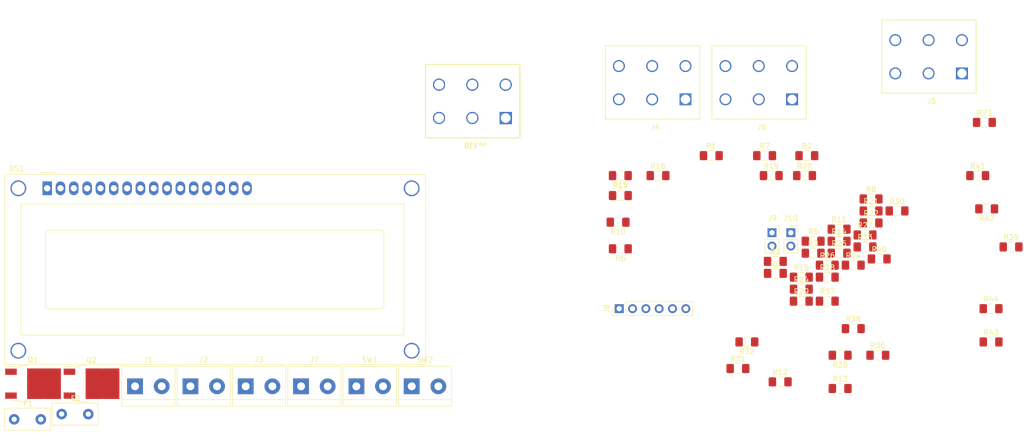
<source format=kicad_pcb>
(kicad_pcb (version 20171130) (host pcbnew "(5.0.1)-4")

  (general
    (thickness 1.6)
    (drawings 0)
    (tracks 0)
    (zones 0)
    (modules 69)
    (nets 49)
  )

  (page A4)
  (layers
    (0 F.Cu signal)
    (31 B.Cu signal)
    (32 B.Adhes user)
    (33 F.Adhes user)
    (34 B.Paste user)
    (35 F.Paste user)
    (36 B.SilkS user)
    (37 F.SilkS user)
    (38 B.Mask user)
    (39 F.Mask user)
    (40 Dwgs.User user)
    (41 Cmts.User user)
    (42 Eco1.User user)
    (43 Eco2.User user)
    (44 Edge.Cuts user)
    (45 Margin user)
    (46 B.CrtYd user)
    (47 F.CrtYd user)
    (48 B.Fab user)
    (49 F.Fab user)
  )

  (setup
    (last_trace_width 0.25)
    (trace_clearance 0.2)
    (zone_clearance 0.508)
    (zone_45_only no)
    (trace_min 0.2)
    (segment_width 0.2)
    (edge_width 0.1)
    (via_size 0.8)
    (via_drill 0.4)
    (via_min_size 0.4)
    (via_min_drill 0.3)
    (uvia_size 0.3)
    (uvia_drill 0.1)
    (uvias_allowed no)
    (uvia_min_size 0.2)
    (uvia_min_drill 0.1)
    (pcb_text_width 0.3)
    (pcb_text_size 1.5 1.5)
    (mod_edge_width 0.15)
    (mod_text_size 1 1)
    (mod_text_width 0.15)
    (pad_size 1.5 1.5)
    (pad_drill 0.6)
    (pad_to_mask_clearance 0)
    (solder_mask_min_width 0.25)
    (aux_axis_origin 0 0)
    (visible_elements 7FFFFFFF)
    (pcbplotparams
      (layerselection 0x010fc_ffffffff)
      (usegerberextensions false)
      (usegerberattributes false)
      (usegerberadvancedattributes false)
      (creategerberjobfile false)
      (excludeedgelayer true)
      (linewidth 0.100000)
      (plotframeref false)
      (viasonmask false)
      (mode 1)
      (useauxorigin false)
      (hpglpennumber 1)
      (hpglpenspeed 20)
      (hpglpendiameter 15.000000)
      (psnegative false)
      (psa4output false)
      (plotreference true)
      (plotvalue true)
      (plotinvisibletext false)
      (padsonsilk false)
      (subtractmaskfromsilk false)
      (outputformat 1)
      (mirror false)
      (drillshape 1)
      (scaleselection 1)
      (outputdirectory ""))
  )

  (net 0 "")
  (net 1 /27)
  (net 2 /28)
  (net 3 /23)
  (net 4 /24)
  (net 5 /25)
  (net 6 /26)
  (net 7 "Net-(J9-Pad1)")
  (net 8 GND)
  (net 9 "Net-(J10-Pad1)")
  (net 10 "Net-(Q1-Pad1)")
  (net 11 "Net-(Q2-Pad1)")
  (net 12 "Net-(F1-Pad2)")
  (net 13 "Net-(F2-Pad2)")
  (net 14 /VNUC)
  (net 15 /VIN2)
  (net 16 /VIN1)
  (net 17 /VESC1)
  (net 18 /VESC2)
  (net 19 /VESC3)
  (net 20 /VESC4)
  (net 21 /VESC5)
  (net 22 /VESC6)
  (net 23 /VESC7)
  (net 24 /VESC8)
  (net 25 /SOV)
  (net 26 /A1)
  (net 27 /A5)
  (net 28 /A0)
  (net 29 /A6)
  (net 30 /A2)
  (net 31 /A9)
  (net 32 "Net-(DS1-Pad3)")
  (net 33 "Net-(DS1-Pad15)")
  (net 34 +5V)
  (net 35 /A3)
  (net 36 /A7)
  (net 37 /A10)
  (net 38 /A8)
  (net 39 /A4)
  (net 40 /VBATT1)
  (net 41 /A11)
  (net 42 /VBATT2)
  (net 43 "Net-(DS1-Pad10)")
  (net 44 "Net-(DS1-Pad9)")
  (net 45 "Net-(DS1-Pad8)")
  (net 46 "Net-(DS1-Pad7)")
  (net 47 "Net-(J1-Pad1)")
  (net 48 "Net-(J2-Pad1)")

  (net_class Default "This is the default net class."
    (clearance 0.2)
    (trace_width 0.25)
    (via_dia 0.8)
    (via_drill 0.4)
    (uvia_dia 0.3)
    (uvia_drill 0.1)
    (add_net +5V)
    (add_net /23)
    (add_net /24)
    (add_net /25)
    (add_net /26)
    (add_net /27)
    (add_net /28)
    (add_net /A0)
    (add_net /A1)
    (add_net /A10)
    (add_net /A11)
    (add_net /A2)
    (add_net /A3)
    (add_net /A4)
    (add_net /A5)
    (add_net /A6)
    (add_net /A7)
    (add_net /A8)
    (add_net /A9)
    (add_net /SOV)
    (add_net /VBATT1)
    (add_net /VBATT2)
    (add_net /VESC1)
    (add_net /VESC2)
    (add_net /VESC3)
    (add_net /VESC4)
    (add_net /VESC5)
    (add_net /VESC6)
    (add_net /VESC7)
    (add_net /VESC8)
    (add_net /VIN1)
    (add_net /VIN2)
    (add_net /VNUC)
    (add_net GND)
    (add_net "Net-(DS1-Pad10)")
    (add_net "Net-(DS1-Pad15)")
    (add_net "Net-(DS1-Pad3)")
    (add_net "Net-(DS1-Pad7)")
    (add_net "Net-(DS1-Pad8)")
    (add_net "Net-(DS1-Pad9)")
    (add_net "Net-(F1-Pad2)")
    (add_net "Net-(F2-Pad2)")
    (add_net "Net-(J1-Pad1)")
    (add_net "Net-(J10-Pad1)")
    (add_net "Net-(J2-Pad1)")
    (add_net "Net-(J9-Pad1)")
    (add_net "Net-(Q1-Pad1)")
    (add_net "Net-(Q2-Pad1)")
  )

  (module abc:Molex_mlx32_straight_header_6.35mm (layer F.Cu) (tedit 5C31F9E5) (tstamp 5C3E5B51)
    (at 119.38 29.21)
    (descr "Microfit3 Header Straight 02x03 43045-0628")
    (tags "connector Microfit 02x03 header straight 3mm")
    (path /5C316CD0)
    (fp_text reference J4 (at 0.51 8.54) (layer F.SilkS)
      (effects (font (size 1 1) (thickness 0.15)))
    )
    (fp_text value Conn_02x03_Row_Letter_Last (at 1.28 -9.94) (layer F.Fab)
      (effects (font (size 1 1) (thickness 0.15)))
    )
    (fp_line (start 9 -7) (end 9 7) (layer F.SilkS) (width 0.15))
    (fp_line (start -9 -7) (end -9 7) (layer F.SilkS) (width 0.15))
    (fp_line (start -9 7) (end 9 7) (layer F.SilkS) (width 0.15))
    (fp_line (start -9 -7) (end 9 -7) (layer F.SilkS) (width 0.15))
    (pad 6 thru_hole circle (at -6.41 -3.13) (size 2.28 2.28) (drill 1.78) (layers *.Cu *.Mask))
    (pad 5 thru_hole circle (at -0.06 -3.13) (size 2.28 2.28) (drill 1.78) (layers *.Cu *.Mask))
    (pad 4 thru_hole circle (at 6.29 -3.13) (size 2.28 2.28) (drill 1.78) (layers *.Cu *.Mask))
    (pad 3 thru_hole circle (at -6.41 3.22) (size 2.28 2.28) (drill 1.78) (layers *.Cu *.Mask))
    (pad 2 thru_hole circle (at -0.06 3.22) (size 2.28 2.28) (drill 1.78) (layers *.Cu *.Mask))
    (pad 1 thru_hole rect (at 6.29 3.22) (size 2.28 2.28) (drill 1.78) (layers *.Cu *.Mask))
    (model ${KISYS3DMOD}/Connectors_Molex.3dshapes/Molex_Microfit3_Header_02x03_Straight_43045-0628.wrl
      (at (xyz 0 0 0))
      (scale (xyz 1 1 1))
      (rotate (xyz 0 0 0))
    )
  )

  (module abc:Molex_mlx32_straight_header_6.35mm (layer F.Cu) (tedit 5C31F9E5) (tstamp 5C3E5A60)
    (at 139.7 29.21)
    (descr "Microfit3 Header Straight 02x03 43045-0628")
    (tags "connector Microfit 02x03 header straight 3mm")
    (path /5C434EF1)
    (fp_text reference J6 (at 0.51 8.54) (layer F.SilkS)
      (effects (font (size 1 1) (thickness 0.15)))
    )
    (fp_text value Conn_02x03_Row_Letter_Last (at 1.28 -9.94) (layer F.Fab)
      (effects (font (size 1 1) (thickness 0.15)))
    )
    (fp_line (start 9 -7) (end 9 7) (layer F.SilkS) (width 0.15))
    (fp_line (start -9 -7) (end -9 7) (layer F.SilkS) (width 0.15))
    (fp_line (start -9 7) (end 9 7) (layer F.SilkS) (width 0.15))
    (fp_line (start -9 -7) (end 9 -7) (layer F.SilkS) (width 0.15))
    (pad 6 thru_hole circle (at -6.41 -3.13) (size 2.28 2.28) (drill 1.78) (layers *.Cu *.Mask))
    (pad 5 thru_hole circle (at -0.06 -3.13) (size 2.28 2.28) (drill 1.78) (layers *.Cu *.Mask))
    (pad 4 thru_hole circle (at 6.29 -3.13) (size 2.28 2.28) (drill 1.78) (layers *.Cu *.Mask))
    (pad 3 thru_hole circle (at -6.41 3.22) (size 2.28 2.28) (drill 1.78) (layers *.Cu *.Mask))
    (pad 2 thru_hole circle (at -0.06 3.22) (size 2.28 2.28) (drill 1.78) (layers *.Cu *.Mask))
    (pad 1 thru_hole rect (at 6.29 3.22) (size 2.28 2.28) (drill 1.78) (layers *.Cu *.Mask))
    (model ${KISYS3DMOD}/Connectors_Molex.3dshapes/Molex_Microfit3_Header_02x03_Straight_43045-0628.wrl
      (at (xyz 0 0 0))
      (scale (xyz 1 1 1))
      (rotate (xyz 0 0 0))
    )
  )

  (module abc:Molex_mlx32_straight_header_6.35mm (layer F.Cu) (tedit 5C31F9E5) (tstamp 5C3E518C)
    (at 172.085 24.257)
    (descr "Microfit3 Header Straight 02x03 43045-0628")
    (tags "connector Microfit 02x03 header straight 3mm")
    (path /5C324147)
    (fp_text reference J5 (at 0.51 8.54) (layer F.SilkS)
      (effects (font (size 1 1) (thickness 0.15)))
    )
    (fp_text value Conn_02x03_Row_Letter_Last (at 1.28 -9.94) (layer F.Fab)
      (effects (font (size 1 1) (thickness 0.15)))
    )
    (fp_line (start 9 -7) (end 9 7) (layer F.SilkS) (width 0.15))
    (fp_line (start -9 -7) (end -9 7) (layer F.SilkS) (width 0.15))
    (fp_line (start -9 7) (end 9 7) (layer F.SilkS) (width 0.15))
    (fp_line (start -9 -7) (end 9 -7) (layer F.SilkS) (width 0.15))
    (pad 6 thru_hole circle (at -6.41 -3.13) (size 2.28 2.28) (drill 1.78) (layers *.Cu *.Mask))
    (pad 5 thru_hole circle (at -0.06 -3.13) (size 2.28 2.28) (drill 1.78) (layers *.Cu *.Mask))
    (pad 4 thru_hole circle (at 6.29 -3.13) (size 2.28 2.28) (drill 1.78) (layers *.Cu *.Mask))
    (pad 3 thru_hole circle (at -6.41 3.22) (size 2.28 2.28) (drill 1.78) (layers *.Cu *.Mask))
    (pad 2 thru_hole circle (at -0.06 3.22) (size 2.28 2.28) (drill 1.78) (layers *.Cu *.Mask))
    (pad 1 thru_hole rect (at 6.29 3.22) (size 2.28 2.28) (drill 1.78) (layers *.Cu *.Mask))
    (model ${KISYS3DMOD}/Connectors_Molex.3dshapes/Molex_Microfit3_Header_02x03_Straight_43045-0628.wrl
      (at (xyz 0 0 0))
      (scale (xyz 1 1 1))
      (rotate (xyz 0 0 0))
    )
  )

  (module 2:Molex_mlx3*2_straight_header_6.35mm (layer F.Cu) (tedit 5C31F9E5) (tstamp 5C3B75C9)
    (at 85.09 32.766)
    (descr "Microfit3 Header Straight 02x03 43045-0628")
    (tags "connector Microfit 02x03 header straight 3mm")
    (fp_text reference REF** (at 0.51 8.54) (layer F.SilkS)
      (effects (font (size 1 1) (thickness 0.15)))
    )
    (fp_text value "Molex_Mlx 2*3 6.35mm" (at 1.28 -9.94) (layer F.Fab)
      (effects (font (size 1 1) (thickness 0.15)))
    )
    (fp_line (start 9 -7) (end 9 7) (layer F.SilkS) (width 0.15))
    (fp_line (start -9 -7) (end -9 7) (layer F.SilkS) (width 0.15))
    (fp_line (start -9 7) (end 9 7) (layer F.SilkS) (width 0.15))
    (fp_line (start -9 -7) (end 9 -7) (layer F.SilkS) (width 0.15))
    (pad 6 thru_hole circle (at -6.41 -3.13) (size 2.28 2.28) (drill 1.78) (layers *.Cu *.Mask))
    (pad 5 thru_hole circle (at -0.06 -3.13) (size 2.28 2.28) (drill 1.78) (layers *.Cu *.Mask))
    (pad 4 thru_hole circle (at 6.29 -3.13) (size 2.28 2.28) (drill 1.78) (layers *.Cu *.Mask))
    (pad 3 thru_hole circle (at -6.41 3.22) (size 2.28 2.28) (drill 1.78) (layers *.Cu *.Mask))
    (pad 2 thru_hole circle (at -0.06 3.22) (size 2.28 2.28) (drill 1.78) (layers *.Cu *.Mask))
    (pad 1 thru_hole rect (at 6.29 3.22) (size 2.28 2.28) (drill 1.78) (layers *.Cu *.Mask))
    (model ${KISYS3DMOD}/Connectors_Molex.3dshapes/Molex_Microfit3_Header_02x03_Straight_43045-0628.wrl
      (at (xyz 0 0 0))
      (scale (xyz 1 1 1))
      (rotate (xyz 0 0 0))
    )
  )

  (module 2:Molex_mlx3*2_straight_header_6.35mm (layer F.Cu) (tedit 5C31F9E5) (tstamp 5C3B75BB)
    (at 85.09 32.766)
    (descr "Microfit3 Header Straight 02x03 43045-0628")
    (tags "connector Microfit 02x03 header straight 3mm")
    (fp_text reference REF** (at 0.51 8.54) (layer F.SilkS)
      (effects (font (size 1 1) (thickness 0.15)))
    )
    (fp_text value "Molex_Mlx 2*3 6.35mm" (at 1.28 -9.94) (layer F.Fab)
      (effects (font (size 1 1) (thickness 0.15)))
    )
    (fp_line (start 9 -7) (end 9 7) (layer F.SilkS) (width 0.15))
    (fp_line (start -9 -7) (end -9 7) (layer F.SilkS) (width 0.15))
    (fp_line (start -9 7) (end 9 7) (layer F.SilkS) (width 0.15))
    (fp_line (start -9 -7) (end 9 -7) (layer F.SilkS) (width 0.15))
    (pad 6 thru_hole circle (at -6.41 -3.13) (size 2.28 2.28) (drill 1.78) (layers *.Cu *.Mask))
    (pad 5 thru_hole circle (at -0.06 -3.13) (size 2.28 2.28) (drill 1.78) (layers *.Cu *.Mask))
    (pad 4 thru_hole circle (at 6.29 -3.13) (size 2.28 2.28) (drill 1.78) (layers *.Cu *.Mask))
    (pad 3 thru_hole circle (at -6.41 3.22) (size 2.28 2.28) (drill 1.78) (layers *.Cu *.Mask))
    (pad 2 thru_hole circle (at -0.06 3.22) (size 2.28 2.28) (drill 1.78) (layers *.Cu *.Mask))
    (pad 1 thru_hole rect (at 6.29 3.22) (size 2.28 2.28) (drill 1.78) (layers *.Cu *.Mask))
    (model ${KISYS3DMOD}/Connectors_Molex.3dshapes/Molex_Microfit3_Header_02x03_Straight_43045-0628.wrl
      (at (xyz 0 0 0))
      (scale (xyz 1 1 1))
      (rotate (xyz 0 0 0))
    )
  )

  (module 2:Molex_mlx3*2_straight_header_6.35mm (layer F.Cu) (tedit 5C31F9E5) (tstamp 5C3B75AD)
    (at 85.09 32.766)
    (descr "Microfit3 Header Straight 02x03 43045-0628")
    (tags "connector Microfit 02x03 header straight 3mm")
    (fp_text reference REF** (at 0.51 8.54) (layer F.SilkS)
      (effects (font (size 1 1) (thickness 0.15)))
    )
    (fp_text value "Molex_Mlx 2*3 6.35mm" (at 1.28 -9.94) (layer F.Fab)
      (effects (font (size 1 1) (thickness 0.15)))
    )
    (fp_line (start 9 -7) (end 9 7) (layer F.SilkS) (width 0.15))
    (fp_line (start -9 -7) (end -9 7) (layer F.SilkS) (width 0.15))
    (fp_line (start -9 7) (end 9 7) (layer F.SilkS) (width 0.15))
    (fp_line (start -9 -7) (end 9 -7) (layer F.SilkS) (width 0.15))
    (pad 6 thru_hole circle (at -6.41 -3.13) (size 2.28 2.28) (drill 1.78) (layers *.Cu *.Mask))
    (pad 5 thru_hole circle (at -0.06 -3.13) (size 2.28 2.28) (drill 1.78) (layers *.Cu *.Mask))
    (pad 4 thru_hole circle (at 6.29 -3.13) (size 2.28 2.28) (drill 1.78) (layers *.Cu *.Mask))
    (pad 3 thru_hole circle (at -6.41 3.22) (size 2.28 2.28) (drill 1.78) (layers *.Cu *.Mask))
    (pad 2 thru_hole circle (at -0.06 3.22) (size 2.28 2.28) (drill 1.78) (layers *.Cu *.Mask))
    (pad 1 thru_hole rect (at 6.29 3.22) (size 2.28 2.28) (drill 1.78) (layers *.Cu *.Mask))
    (model ${KISYS3DMOD}/Connectors_Molex.3dshapes/Molex_Microfit3_Header_02x03_Straight_43045-0628.wrl
      (at (xyz 0 0 0))
      (scale (xyz 1 1 1))
      (rotate (xyz 0 0 0))
    )
  )

  (module 2:Molex_mlx3*2_straight_header_6.35mm (layer F.Cu) (tedit 5C31F9E5) (tstamp 5C3B759F)
    (at 85.09 32.766)
    (descr "Microfit3 Header Straight 02x03 43045-0628")
    (tags "connector Microfit 02x03 header straight 3mm")
    (fp_text reference REF** (at 0.51 8.54) (layer F.SilkS)
      (effects (font (size 1 1) (thickness 0.15)))
    )
    (fp_text value "Molex_Mlx 2*3 6.35mm" (at 1.28 -9.94) (layer F.Fab)
      (effects (font (size 1 1) (thickness 0.15)))
    )
    (fp_line (start 9 -7) (end 9 7) (layer F.SilkS) (width 0.15))
    (fp_line (start -9 -7) (end -9 7) (layer F.SilkS) (width 0.15))
    (fp_line (start -9 7) (end 9 7) (layer F.SilkS) (width 0.15))
    (fp_line (start -9 -7) (end 9 -7) (layer F.SilkS) (width 0.15))
    (pad 6 thru_hole circle (at -6.41 -3.13) (size 2.28 2.28) (drill 1.78) (layers *.Cu *.Mask))
    (pad 5 thru_hole circle (at -0.06 -3.13) (size 2.28 2.28) (drill 1.78) (layers *.Cu *.Mask))
    (pad 4 thru_hole circle (at 6.29 -3.13) (size 2.28 2.28) (drill 1.78) (layers *.Cu *.Mask))
    (pad 3 thru_hole circle (at -6.41 3.22) (size 2.28 2.28) (drill 1.78) (layers *.Cu *.Mask))
    (pad 2 thru_hole circle (at -0.06 3.22) (size 2.28 2.28) (drill 1.78) (layers *.Cu *.Mask))
    (pad 1 thru_hole rect (at 6.29 3.22) (size 2.28 2.28) (drill 1.78) (layers *.Cu *.Mask))
    (model ${KISYS3DMOD}/Connectors_Molex.3dshapes/Molex_Microfit3_Header_02x03_Straight_43045-0628.wrl
      (at (xyz 0 0 0))
      (scale (xyz 1 1 1))
      (rotate (xyz 0 0 0))
    )
  )

  (module 2:Molex_mlx3*2_straight_header_6.35mm (layer F.Cu) (tedit 5C31F9E5) (tstamp 5C3B757E)
    (at 85.09 32.766)
    (descr "Microfit3 Header Straight 02x03 43045-0628")
    (tags "connector Microfit 02x03 header straight 3mm")
    (fp_text reference REF** (at 0.51 8.54) (layer F.SilkS)
      (effects (font (size 1 1) (thickness 0.15)))
    )
    (fp_text value "Molex_Mlx 2*3 6.35mm" (at 1.28 -9.94) (layer F.Fab)
      (effects (font (size 1 1) (thickness 0.15)))
    )
    (fp_line (start 9 -7) (end 9 7) (layer F.SilkS) (width 0.15))
    (fp_line (start -9 -7) (end -9 7) (layer F.SilkS) (width 0.15))
    (fp_line (start -9 7) (end 9 7) (layer F.SilkS) (width 0.15))
    (fp_line (start -9 -7) (end 9 -7) (layer F.SilkS) (width 0.15))
    (pad 6 thru_hole circle (at -6.41 -3.13) (size 2.28 2.28) (drill 1.78) (layers *.Cu *.Mask))
    (pad 5 thru_hole circle (at -0.06 -3.13) (size 2.28 2.28) (drill 1.78) (layers *.Cu *.Mask))
    (pad 4 thru_hole circle (at 6.29 -3.13) (size 2.28 2.28) (drill 1.78) (layers *.Cu *.Mask))
    (pad 3 thru_hole circle (at -6.41 3.22) (size 2.28 2.28) (drill 1.78) (layers *.Cu *.Mask))
    (pad 2 thru_hole circle (at -0.06 3.22) (size 2.28 2.28) (drill 1.78) (layers *.Cu *.Mask))
    (pad 1 thru_hole rect (at 6.29 3.22) (size 2.28 2.28) (drill 1.78) (layers *.Cu *.Mask))
    (model ${KISYS3DMOD}/Connectors_Molex.3dshapes/Molex_Microfit3_Header_02x03_Straight_43045-0628.wrl
      (at (xyz 0 0 0))
      (scale (xyz 1 1 1))
      (rotate (xyz 0 0 0))
    )
  )

  (module 2:Molex_mlx3*2_straight_header_6.35mm (layer F.Cu) (tedit 5C31F9E5) (tstamp 5C3B7570)
    (at 85.09 32.766)
    (descr "Microfit3 Header Straight 02x03 43045-0628")
    (tags "connector Microfit 02x03 header straight 3mm")
    (fp_text reference REF** (at 0.51 8.54) (layer F.SilkS)
      (effects (font (size 1 1) (thickness 0.15)))
    )
    (fp_text value "Molex_Mlx 2*3 6.35mm" (at 1.28 -9.94) (layer F.Fab)
      (effects (font (size 1 1) (thickness 0.15)))
    )
    (fp_line (start 9 -7) (end 9 7) (layer F.SilkS) (width 0.15))
    (fp_line (start -9 -7) (end -9 7) (layer F.SilkS) (width 0.15))
    (fp_line (start -9 7) (end 9 7) (layer F.SilkS) (width 0.15))
    (fp_line (start -9 -7) (end 9 -7) (layer F.SilkS) (width 0.15))
    (pad 6 thru_hole circle (at -6.41 -3.13) (size 2.28 2.28) (drill 1.78) (layers *.Cu *.Mask))
    (pad 5 thru_hole circle (at -0.06 -3.13) (size 2.28 2.28) (drill 1.78) (layers *.Cu *.Mask))
    (pad 4 thru_hole circle (at 6.29 -3.13) (size 2.28 2.28) (drill 1.78) (layers *.Cu *.Mask))
    (pad 3 thru_hole circle (at -6.41 3.22) (size 2.28 2.28) (drill 1.78) (layers *.Cu *.Mask))
    (pad 2 thru_hole circle (at -0.06 3.22) (size 2.28 2.28) (drill 1.78) (layers *.Cu *.Mask))
    (pad 1 thru_hole rect (at 6.29 3.22) (size 2.28 2.28) (drill 1.78) (layers *.Cu *.Mask))
    (model ${KISYS3DMOD}/Connectors_Molex.3dshapes/Molex_Microfit3_Header_02x03_Straight_43045-0628.wrl
      (at (xyz 0 0 0))
      (scale (xyz 1 1 1))
      (rotate (xyz 0 0 0))
    )
  )

  (module 2:Molex_mlx3*2_straight_header_6.35mm (layer F.Cu) (tedit 5C31F9E5) (tstamp 5C3B7562)
    (at 85.09 32.766)
    (descr "Microfit3 Header Straight 02x03 43045-0628")
    (tags "connector Microfit 02x03 header straight 3mm")
    (fp_text reference REF** (at 0.51 8.54) (layer F.SilkS)
      (effects (font (size 1 1) (thickness 0.15)))
    )
    (fp_text value "Molex_Mlx 2*3 6.35mm" (at 1.28 -9.94) (layer F.Fab)
      (effects (font (size 1 1) (thickness 0.15)))
    )
    (fp_line (start 9 -7) (end 9 7) (layer F.SilkS) (width 0.15))
    (fp_line (start -9 -7) (end -9 7) (layer F.SilkS) (width 0.15))
    (fp_line (start -9 7) (end 9 7) (layer F.SilkS) (width 0.15))
    (fp_line (start -9 -7) (end 9 -7) (layer F.SilkS) (width 0.15))
    (pad 6 thru_hole circle (at -6.41 -3.13) (size 2.28 2.28) (drill 1.78) (layers *.Cu *.Mask))
    (pad 5 thru_hole circle (at -0.06 -3.13) (size 2.28 2.28) (drill 1.78) (layers *.Cu *.Mask))
    (pad 4 thru_hole circle (at 6.29 -3.13) (size 2.28 2.28) (drill 1.78) (layers *.Cu *.Mask))
    (pad 3 thru_hole circle (at -6.41 3.22) (size 2.28 2.28) (drill 1.78) (layers *.Cu *.Mask))
    (pad 2 thru_hole circle (at -0.06 3.22) (size 2.28 2.28) (drill 1.78) (layers *.Cu *.Mask))
    (pad 1 thru_hole rect (at 6.29 3.22) (size 2.28 2.28) (drill 1.78) (layers *.Cu *.Mask))
    (model ${KISYS3DMOD}/Connectors_Molex.3dshapes/Molex_Microfit3_Header_02x03_Straight_43045-0628.wrl
      (at (xyz 0 0 0))
      (scale (xyz 1 1 1))
      (rotate (xyz 0 0 0))
    )
  )

  (module 2:Molex_mlx3*2_straight_header_6.35mm (layer F.Cu) (tedit 5C31F9E5) (tstamp 5C3B7554)
    (at 85.09 32.766)
    (descr "Microfit3 Header Straight 02x03 43045-0628")
    (tags "connector Microfit 02x03 header straight 3mm")
    (fp_text reference REF** (at 0.51 8.54) (layer F.SilkS)
      (effects (font (size 1 1) (thickness 0.15)))
    )
    (fp_text value "Molex_Mlx 2*3 6.35mm" (at 1.28 -9.94) (layer F.Fab)
      (effects (font (size 1 1) (thickness 0.15)))
    )
    (fp_line (start 9 -7) (end 9 7) (layer F.SilkS) (width 0.15))
    (fp_line (start -9 -7) (end -9 7) (layer F.SilkS) (width 0.15))
    (fp_line (start -9 7) (end 9 7) (layer F.SilkS) (width 0.15))
    (fp_line (start -9 -7) (end 9 -7) (layer F.SilkS) (width 0.15))
    (pad 6 thru_hole circle (at -6.41 -3.13) (size 2.28 2.28) (drill 1.78) (layers *.Cu *.Mask))
    (pad 5 thru_hole circle (at -0.06 -3.13) (size 2.28 2.28) (drill 1.78) (layers *.Cu *.Mask))
    (pad 4 thru_hole circle (at 6.29 -3.13) (size 2.28 2.28) (drill 1.78) (layers *.Cu *.Mask))
    (pad 3 thru_hole circle (at -6.41 3.22) (size 2.28 2.28) (drill 1.78) (layers *.Cu *.Mask))
    (pad 2 thru_hole circle (at -0.06 3.22) (size 2.28 2.28) (drill 1.78) (layers *.Cu *.Mask))
    (pad 1 thru_hole rect (at 6.29 3.22) (size 2.28 2.28) (drill 1.78) (layers *.Cu *.Mask))
    (model ${KISYS3DMOD}/Connectors_Molex.3dshapes/Molex_Microfit3_Header_02x03_Straight_43045-0628.wrl
      (at (xyz 0 0 0))
      (scale (xyz 1 1 1))
      (rotate (xyz 0 0 0))
    )
  )

  (module Connector_PinHeader_2.54mm:PinHeader_1x06_P2.54mm_Vertical (layer F.Cu) (tedit 59FED5CC) (tstamp 5C3E51BC)
    (at 113.03 72.39 90)
    (descr "Through hole straight pin header, 1x06, 2.54mm pitch, single row")
    (tags "Through hole pin header THT 1x06 2.54mm single row")
    (path /5C3BC342)
    (fp_text reference J8 (at 0 -2.33 90) (layer F.SilkS)
      (effects (font (size 1 1) (thickness 0.15)))
    )
    (fp_text value Conn_01x06_Male (at 0 15.03 90) (layer F.Fab)
      (effects (font (size 1 1) (thickness 0.15)))
    )
    (fp_line (start -0.635 -1.27) (end 1.27 -1.27) (layer F.Fab) (width 0.1))
    (fp_line (start 1.27 -1.27) (end 1.27 13.97) (layer F.Fab) (width 0.1))
    (fp_line (start 1.27 13.97) (end -1.27 13.97) (layer F.Fab) (width 0.1))
    (fp_line (start -1.27 13.97) (end -1.27 -0.635) (layer F.Fab) (width 0.1))
    (fp_line (start -1.27 -0.635) (end -0.635 -1.27) (layer F.Fab) (width 0.1))
    (fp_line (start -1.33 14.03) (end 1.33 14.03) (layer F.SilkS) (width 0.12))
    (fp_line (start -1.33 1.27) (end -1.33 14.03) (layer F.SilkS) (width 0.12))
    (fp_line (start 1.33 1.27) (end 1.33 14.03) (layer F.SilkS) (width 0.12))
    (fp_line (start -1.33 1.27) (end 1.33 1.27) (layer F.SilkS) (width 0.12))
    (fp_line (start -1.33 0) (end -1.33 -1.33) (layer F.SilkS) (width 0.12))
    (fp_line (start -1.33 -1.33) (end 0 -1.33) (layer F.SilkS) (width 0.12))
    (fp_line (start -1.8 -1.8) (end -1.8 14.5) (layer F.CrtYd) (width 0.05))
    (fp_line (start -1.8 14.5) (end 1.8 14.5) (layer F.CrtYd) (width 0.05))
    (fp_line (start 1.8 14.5) (end 1.8 -1.8) (layer F.CrtYd) (width 0.05))
    (fp_line (start 1.8 -1.8) (end -1.8 -1.8) (layer F.CrtYd) (width 0.05))
    (fp_text user %R (at 0 6.35 180) (layer F.Fab)
      (effects (font (size 1 1) (thickness 0.15)))
    )
    (pad 1 thru_hole rect (at 0 0 90) (size 1.7 1.7) (drill 1) (layers *.Cu *.Mask)
      (net 1 /27))
    (pad 2 thru_hole oval (at 0 2.54 90) (size 1.7 1.7) (drill 1) (layers *.Cu *.Mask)
      (net 2 /28))
    (pad 3 thru_hole oval (at 0 5.08 90) (size 1.7 1.7) (drill 1) (layers *.Cu *.Mask)
      (net 3 /23))
    (pad 4 thru_hole oval (at 0 7.62 90) (size 1.7 1.7) (drill 1) (layers *.Cu *.Mask)
      (net 4 /24))
    (pad 5 thru_hole oval (at 0 10.16 90) (size 1.7 1.7) (drill 1) (layers *.Cu *.Mask)
      (net 5 /25))
    (pad 6 thru_hole oval (at 0 12.7 90) (size 1.7 1.7) (drill 1) (layers *.Cu *.Mask)
      (net 6 /26))
    (model ${KISYS3DMOD}/Connector_PinHeader_2.54mm.3dshapes/PinHeader_1x06_P2.54mm_Vertical.wrl
      (at (xyz 0 0 0))
      (scale (xyz 1 1 1))
      (rotate (xyz 0 0 0))
    )
  )

  (module Connector_PinSocket_2.54mm:PinSocket_1x02_P2.54mm_Vertical (layer F.Cu) (tedit 5A19A420) (tstamp 5C3E51D2)
    (at 142.155001 57.895001)
    (descr "Through hole straight socket strip, 1x02, 2.54mm pitch, single row (from Kicad 4.0.7), script generated")
    (tags "Through hole socket strip THT 1x02 2.54mm single row")
    (path /5C416BE7)
    (fp_text reference J9 (at 0 -2.77) (layer F.SilkS)
      (effects (font (size 1 1) (thickness 0.15)))
    )
    (fp_text value Conn_01x02_Female (at 0 5.31) (layer F.Fab)
      (effects (font (size 1 1) (thickness 0.15)))
    )
    (fp_line (start -1.27 -1.27) (end 0.635 -1.27) (layer F.Fab) (width 0.1))
    (fp_line (start 0.635 -1.27) (end 1.27 -0.635) (layer F.Fab) (width 0.1))
    (fp_line (start 1.27 -0.635) (end 1.27 3.81) (layer F.Fab) (width 0.1))
    (fp_line (start 1.27 3.81) (end -1.27 3.81) (layer F.Fab) (width 0.1))
    (fp_line (start -1.27 3.81) (end -1.27 -1.27) (layer F.Fab) (width 0.1))
    (fp_line (start -1.33 1.27) (end 1.33 1.27) (layer F.SilkS) (width 0.12))
    (fp_line (start -1.33 1.27) (end -1.33 3.87) (layer F.SilkS) (width 0.12))
    (fp_line (start -1.33 3.87) (end 1.33 3.87) (layer F.SilkS) (width 0.12))
    (fp_line (start 1.33 1.27) (end 1.33 3.87) (layer F.SilkS) (width 0.12))
    (fp_line (start 1.33 -1.33) (end 1.33 0) (layer F.SilkS) (width 0.12))
    (fp_line (start 0 -1.33) (end 1.33 -1.33) (layer F.SilkS) (width 0.12))
    (fp_line (start -1.8 -1.8) (end 1.75 -1.8) (layer F.CrtYd) (width 0.05))
    (fp_line (start 1.75 -1.8) (end 1.75 4.3) (layer F.CrtYd) (width 0.05))
    (fp_line (start 1.75 4.3) (end -1.8 4.3) (layer F.CrtYd) (width 0.05))
    (fp_line (start -1.8 4.3) (end -1.8 -1.8) (layer F.CrtYd) (width 0.05))
    (fp_text user %R (at 0 1.27 90) (layer F.Fab)
      (effects (font (size 1 1) (thickness 0.15)))
    )
    (pad 1 thru_hole rect (at 0 0) (size 1.7 1.7) (drill 1) (layers *.Cu *.Mask)
      (net 7 "Net-(J9-Pad1)"))
    (pad 2 thru_hole oval (at 0 2.54) (size 1.7 1.7) (drill 1) (layers *.Cu *.Mask)
      (net 8 GND))
    (model ${KISYS3DMOD}/Connector_PinSocket_2.54mm.3dshapes/PinSocket_1x02_P2.54mm_Vertical.wrl
      (at (xyz 0 0 0))
      (scale (xyz 1 1 1))
      (rotate (xyz 0 0 0))
    )
  )

  (module Connector_PinSocket_2.54mm:PinSocket_1x02_P2.54mm_Vertical (layer F.Cu) (tedit 5A19A420) (tstamp 5C3E51E8)
    (at 145.755001 57.895001)
    (descr "Through hole straight socket strip, 1x02, 2.54mm pitch, single row (from Kicad 4.0.7), script generated")
    (tags "Through hole socket strip THT 1x02 2.54mm single row")
    (path /5C416FAD)
    (fp_text reference J10 (at 0 -2.77) (layer F.SilkS)
      (effects (font (size 1 1) (thickness 0.15)))
    )
    (fp_text value Conn_01x02_Female (at 0 5.31) (layer F.Fab)
      (effects (font (size 1 1) (thickness 0.15)))
    )
    (fp_text user %R (at 0 1.27 90) (layer F.Fab)
      (effects (font (size 1 1) (thickness 0.15)))
    )
    (fp_line (start -1.8 4.3) (end -1.8 -1.8) (layer F.CrtYd) (width 0.05))
    (fp_line (start 1.75 4.3) (end -1.8 4.3) (layer F.CrtYd) (width 0.05))
    (fp_line (start 1.75 -1.8) (end 1.75 4.3) (layer F.CrtYd) (width 0.05))
    (fp_line (start -1.8 -1.8) (end 1.75 -1.8) (layer F.CrtYd) (width 0.05))
    (fp_line (start 0 -1.33) (end 1.33 -1.33) (layer F.SilkS) (width 0.12))
    (fp_line (start 1.33 -1.33) (end 1.33 0) (layer F.SilkS) (width 0.12))
    (fp_line (start 1.33 1.27) (end 1.33 3.87) (layer F.SilkS) (width 0.12))
    (fp_line (start -1.33 3.87) (end 1.33 3.87) (layer F.SilkS) (width 0.12))
    (fp_line (start -1.33 1.27) (end -1.33 3.87) (layer F.SilkS) (width 0.12))
    (fp_line (start -1.33 1.27) (end 1.33 1.27) (layer F.SilkS) (width 0.12))
    (fp_line (start -1.27 3.81) (end -1.27 -1.27) (layer F.Fab) (width 0.1))
    (fp_line (start 1.27 3.81) (end -1.27 3.81) (layer F.Fab) (width 0.1))
    (fp_line (start 1.27 -0.635) (end 1.27 3.81) (layer F.Fab) (width 0.1))
    (fp_line (start 0.635 -1.27) (end 1.27 -0.635) (layer F.Fab) (width 0.1))
    (fp_line (start -1.27 -1.27) (end 0.635 -1.27) (layer F.Fab) (width 0.1))
    (pad 2 thru_hole oval (at 0 2.54) (size 1.7 1.7) (drill 1) (layers *.Cu *.Mask)
      (net 8 GND))
    (pad 1 thru_hole rect (at 0 0) (size 1.7 1.7) (drill 1) (layers *.Cu *.Mask)
      (net 9 "Net-(J10-Pad1)"))
    (model ${KISYS3DMOD}/Connector_PinSocket_2.54mm.3dshapes/PinSocket_1x02_P2.54mm_Vertical.wrl
      (at (xyz 0 0 0))
      (scale (xyz 1 1 1))
      (rotate (xyz 0 0 0))
    )
  )

  (module Resistor_SMD:R_1206_3216Metric_Pad1.42x1.75mm_HandSolder (layer F.Cu) (tedit 5B301BBD) (tstamp 5C3E51F9)
    (at 130.5925 43.18)
    (descr "Resistor SMD 1206 (3216 Metric), square (rectangular) end terminal, IPC_7351 nominal with elongated pad for handsoldering. (Body size source: http://www.tortai-tech.com/upload/download/2011102023233369053.pdf), generated with kicad-footprint-generator")
    (tags "resistor handsolder")
    (path /5C65112F)
    (attr smd)
    (fp_text reference R1 (at 0 -1.82) (layer F.SilkS)
      (effects (font (size 1 1) (thickness 0.15)))
    )
    (fp_text value 1K (at 0 1.82) (layer F.Fab)
      (effects (font (size 1 1) (thickness 0.15)))
    )
    (fp_text user %R (at 0 0) (layer F.Fab)
      (effects (font (size 0.8 0.8) (thickness 0.12)))
    )
    (fp_line (start 2.45 1.12) (end -2.45 1.12) (layer F.CrtYd) (width 0.05))
    (fp_line (start 2.45 -1.12) (end 2.45 1.12) (layer F.CrtYd) (width 0.05))
    (fp_line (start -2.45 -1.12) (end 2.45 -1.12) (layer F.CrtYd) (width 0.05))
    (fp_line (start -2.45 1.12) (end -2.45 -1.12) (layer F.CrtYd) (width 0.05))
    (fp_line (start -0.602064 0.91) (end 0.602064 0.91) (layer F.SilkS) (width 0.12))
    (fp_line (start -0.602064 -0.91) (end 0.602064 -0.91) (layer F.SilkS) (width 0.12))
    (fp_line (start 1.6 0.8) (end -1.6 0.8) (layer F.Fab) (width 0.1))
    (fp_line (start 1.6 -0.8) (end 1.6 0.8) (layer F.Fab) (width 0.1))
    (fp_line (start -1.6 -0.8) (end 1.6 -0.8) (layer F.Fab) (width 0.1))
    (fp_line (start -1.6 0.8) (end -1.6 -0.8) (layer F.Fab) (width 0.1))
    (pad 2 smd roundrect (at 1.4875 0) (size 1.425 1.75) (layers F.Cu F.Paste F.Mask) (roundrect_rratio 0.175439)
      (net 10 "Net-(Q1-Pad1)"))
    (pad 1 smd roundrect (at -1.4875 0) (size 1.425 1.75) (layers F.Cu F.Paste F.Mask) (roundrect_rratio 0.175439)
      (net 8 GND))
    (model ${KISYS3DMOD}/Resistor_SMD.3dshapes/R_1206_3216Metric.wrl
      (at (xyz 0 0 0))
      (scale (xyz 1 1 1))
      (rotate (xyz 0 0 0))
    )
  )

  (module Resistor_SMD:R_1206_3216Metric_Pad1.42x1.75mm_HandSolder (layer F.Cu) (tedit 5B301BBD) (tstamp 5C3E520A)
    (at 148.8075 43.18)
    (descr "Resistor SMD 1206 (3216 Metric), square (rectangular) end terminal, IPC_7351 nominal with elongated pad for handsoldering. (Body size source: http://www.tortai-tech.com/upload/download/2011102023233369053.pdf), generated with kicad-footprint-generator")
    (tags "resistor handsolder")
    (path /5C650053)
    (attr smd)
    (fp_text reference R2 (at 0 -1.82) (layer F.SilkS)
      (effects (font (size 1 1) (thickness 0.15)))
    )
    (fp_text value 1K (at 0 1.82) (layer F.Fab)
      (effects (font (size 1 1) (thickness 0.15)))
    )
    (fp_line (start -1.6 0.8) (end -1.6 -0.8) (layer F.Fab) (width 0.1))
    (fp_line (start -1.6 -0.8) (end 1.6 -0.8) (layer F.Fab) (width 0.1))
    (fp_line (start 1.6 -0.8) (end 1.6 0.8) (layer F.Fab) (width 0.1))
    (fp_line (start 1.6 0.8) (end -1.6 0.8) (layer F.Fab) (width 0.1))
    (fp_line (start -0.602064 -0.91) (end 0.602064 -0.91) (layer F.SilkS) (width 0.12))
    (fp_line (start -0.602064 0.91) (end 0.602064 0.91) (layer F.SilkS) (width 0.12))
    (fp_line (start -2.45 1.12) (end -2.45 -1.12) (layer F.CrtYd) (width 0.05))
    (fp_line (start -2.45 -1.12) (end 2.45 -1.12) (layer F.CrtYd) (width 0.05))
    (fp_line (start 2.45 -1.12) (end 2.45 1.12) (layer F.CrtYd) (width 0.05))
    (fp_line (start 2.45 1.12) (end -2.45 1.12) (layer F.CrtYd) (width 0.05))
    (fp_text user %R (at 0 0) (layer F.Fab)
      (effects (font (size 0.8 0.8) (thickness 0.12)))
    )
    (pad 1 smd roundrect (at -1.4875 0) (size 1.425 1.75) (layers F.Cu F.Paste F.Mask) (roundrect_rratio 0.175439)
      (net 8 GND))
    (pad 2 smd roundrect (at 1.4875 0) (size 1.425 1.75) (layers F.Cu F.Paste F.Mask) (roundrect_rratio 0.175439)
      (net 11 "Net-(Q2-Pad1)"))
    (model ${KISYS3DMOD}/Resistor_SMD.3dshapes/R_1206_3216Metric.wrl
      (at (xyz 0 0 0))
      (scale (xyz 1 1 1))
      (rotate (xyz 0 0 0))
    )
  )

  (module Resistor_SMD:R_1206_3216Metric_Pad1.42x1.75mm_HandSolder (layer F.Cu) (tedit 5B301BBD) (tstamp 5C3E521B)
    (at 142.805001 63.365001)
    (descr "Resistor SMD 1206 (3216 Metric), square (rectangular) end terminal, IPC_7351 nominal with elongated pad for handsoldering. (Body size source: http://www.tortai-tech.com/upload/download/2011102023233369053.pdf), generated with kicad-footprint-generator")
    (tags "resistor handsolder")
    (path /5C650A6E)
    (attr smd)
    (fp_text reference R3 (at 0 -1.82) (layer F.SilkS)
      (effects (font (size 1 1) (thickness 0.15)))
    )
    (fp_text value 1K (at 0 1.82) (layer F.Fab)
      (effects (font (size 1 1) (thickness 0.15)))
    )
    (fp_line (start -1.6 0.8) (end -1.6 -0.8) (layer F.Fab) (width 0.1))
    (fp_line (start -1.6 -0.8) (end 1.6 -0.8) (layer F.Fab) (width 0.1))
    (fp_line (start 1.6 -0.8) (end 1.6 0.8) (layer F.Fab) (width 0.1))
    (fp_line (start 1.6 0.8) (end -1.6 0.8) (layer F.Fab) (width 0.1))
    (fp_line (start -0.602064 -0.91) (end 0.602064 -0.91) (layer F.SilkS) (width 0.12))
    (fp_line (start -0.602064 0.91) (end 0.602064 0.91) (layer F.SilkS) (width 0.12))
    (fp_line (start -2.45 1.12) (end -2.45 -1.12) (layer F.CrtYd) (width 0.05))
    (fp_line (start -2.45 -1.12) (end 2.45 -1.12) (layer F.CrtYd) (width 0.05))
    (fp_line (start 2.45 -1.12) (end 2.45 1.12) (layer F.CrtYd) (width 0.05))
    (fp_line (start 2.45 1.12) (end -2.45 1.12) (layer F.CrtYd) (width 0.05))
    (fp_text user %R (at 0 0) (layer F.Fab)
      (effects (font (size 0.8 0.8) (thickness 0.12)))
    )
    (pad 1 smd roundrect (at -1.4875 0) (size 1.425 1.75) (layers F.Cu F.Paste F.Mask) (roundrect_rratio 0.175439)
      (net 10 "Net-(Q1-Pad1)"))
    (pad 2 smd roundrect (at 1.4875 0) (size 1.425 1.75) (layers F.Cu F.Paste F.Mask) (roundrect_rratio 0.175439)
      (net 12 "Net-(F1-Pad2)"))
    (model ${KISYS3DMOD}/Resistor_SMD.3dshapes/R_1206_3216Metric.wrl
      (at (xyz 0 0 0))
      (scale (xyz 1 1 1))
      (rotate (xyz 0 0 0))
    )
  )

  (module Resistor_SMD:R_1206_3216Metric_Pad1.42x1.75mm_HandSolder (layer F.Cu) (tedit 5B301BBD) (tstamp 5C3E522C)
    (at 142.805001 65.655001)
    (descr "Resistor SMD 1206 (3216 Metric), square (rectangular) end terminal, IPC_7351 nominal with elongated pad for handsoldering. (Body size source: http://www.tortai-tech.com/upload/download/2011102023233369053.pdf), generated with kicad-footprint-generator")
    (tags "resistor handsolder")
    (path /5C6506E9)
    (attr smd)
    (fp_text reference R4 (at 0 -1.82) (layer F.SilkS)
      (effects (font (size 1 1) (thickness 0.15)))
    )
    (fp_text value 1K (at 0 1.82) (layer F.Fab)
      (effects (font (size 1 1) (thickness 0.15)))
    )
    (fp_text user %R (at 0 0) (layer F.Fab)
      (effects (font (size 0.8 0.8) (thickness 0.12)))
    )
    (fp_line (start 2.45 1.12) (end -2.45 1.12) (layer F.CrtYd) (width 0.05))
    (fp_line (start 2.45 -1.12) (end 2.45 1.12) (layer F.CrtYd) (width 0.05))
    (fp_line (start -2.45 -1.12) (end 2.45 -1.12) (layer F.CrtYd) (width 0.05))
    (fp_line (start -2.45 1.12) (end -2.45 -1.12) (layer F.CrtYd) (width 0.05))
    (fp_line (start -0.602064 0.91) (end 0.602064 0.91) (layer F.SilkS) (width 0.12))
    (fp_line (start -0.602064 -0.91) (end 0.602064 -0.91) (layer F.SilkS) (width 0.12))
    (fp_line (start 1.6 0.8) (end -1.6 0.8) (layer F.Fab) (width 0.1))
    (fp_line (start 1.6 -0.8) (end 1.6 0.8) (layer F.Fab) (width 0.1))
    (fp_line (start -1.6 -0.8) (end 1.6 -0.8) (layer F.Fab) (width 0.1))
    (fp_line (start -1.6 0.8) (end -1.6 -0.8) (layer F.Fab) (width 0.1))
    (pad 2 smd roundrect (at 1.4875 0) (size 1.425 1.75) (layers F.Cu F.Paste F.Mask) (roundrect_rratio 0.175439)
      (net 13 "Net-(F2-Pad2)"))
    (pad 1 smd roundrect (at -1.4875 0) (size 1.425 1.75) (layers F.Cu F.Paste F.Mask) (roundrect_rratio 0.175439)
      (net 11 "Net-(Q2-Pad1)"))
    (model ${KISYS3DMOD}/Resistor_SMD.3dshapes/R_1206_3216Metric.wrl
      (at (xyz 0 0 0))
      (scale (xyz 1 1 1))
      (rotate (xyz 0 0 0))
    )
  )

  (module Resistor_SMD:R_1206_3216Metric_Pad1.42x1.75mm_HandSolder (layer F.Cu) (tedit 5B301BBD) (tstamp 5C3E523D)
    (at 150.005001 59.505001)
    (descr "Resistor SMD 1206 (3216 Metric), square (rectangular) end terminal, IPC_7351 nominal with elongated pad for handsoldering. (Body size source: http://www.tortai-tech.com/upload/download/2011102023233369053.pdf), generated with kicad-footprint-generator")
    (tags "resistor handsolder")
    (path /5C067517)
    (attr smd)
    (fp_text reference R5 (at 0 -1.82) (layer F.SilkS)
      (effects (font (size 1 1) (thickness 0.15)))
    )
    (fp_text value 50m (at 0 1.82) (layer F.Fab)
      (effects (font (size 1 1) (thickness 0.15)))
    )
    (fp_line (start -1.6 0.8) (end -1.6 -0.8) (layer F.Fab) (width 0.1))
    (fp_line (start -1.6 -0.8) (end 1.6 -0.8) (layer F.Fab) (width 0.1))
    (fp_line (start 1.6 -0.8) (end 1.6 0.8) (layer F.Fab) (width 0.1))
    (fp_line (start 1.6 0.8) (end -1.6 0.8) (layer F.Fab) (width 0.1))
    (fp_line (start -0.602064 -0.91) (end 0.602064 -0.91) (layer F.SilkS) (width 0.12))
    (fp_line (start -0.602064 0.91) (end 0.602064 0.91) (layer F.SilkS) (width 0.12))
    (fp_line (start -2.45 1.12) (end -2.45 -1.12) (layer F.CrtYd) (width 0.05))
    (fp_line (start -2.45 -1.12) (end 2.45 -1.12) (layer F.CrtYd) (width 0.05))
    (fp_line (start 2.45 -1.12) (end 2.45 1.12) (layer F.CrtYd) (width 0.05))
    (fp_line (start 2.45 1.12) (end -2.45 1.12) (layer F.CrtYd) (width 0.05))
    (fp_text user %R (at 0 0) (layer F.Fab)
      (effects (font (size 0.8 0.8) (thickness 0.12)))
    )
    (pad 1 smd roundrect (at -1.4875 0) (size 1.425 1.75) (layers F.Cu F.Paste F.Mask) (roundrect_rratio 0.175439)
      (net 14 /VNUC))
    (pad 2 smd roundrect (at 1.4875 0) (size 1.425 1.75) (layers F.Cu F.Paste F.Mask) (roundrect_rratio 0.175439)
      (net 15 /VIN2))
    (model ${KISYS3DMOD}/Resistor_SMD.3dshapes/R_1206_3216Metric.wrl
      (at (xyz 0 0 0))
      (scale (xyz 1 1 1))
      (rotate (xyz 0 0 0))
    )
  )

  (module Resistor_SMD:R_1206_3216Metric_Pad1.42x1.75mm_HandSolder (layer F.Cu) (tedit 5B301BBD) (tstamp 5C3E524E)
    (at 113.2475 60.96 180)
    (descr "Resistor SMD 1206 (3216 Metric), square (rectangular) end terminal, IPC_7351 nominal with elongated pad for handsoldering. (Body size source: http://www.tortai-tech.com/upload/download/2011102023233369053.pdf), generated with kicad-footprint-generator")
    (tags "resistor handsolder")
    (path /5C231562)
    (attr smd)
    (fp_text reference R6 (at 0 -1.82 180) (layer F.SilkS)
      (effects (font (size 1 1) (thickness 0.15)))
    )
    (fp_text value 50m (at 0 1.82 180) (layer F.Fab)
      (effects (font (size 1 1) (thickness 0.15)))
    )
    (fp_text user %R (at 0 0 180) (layer F.Fab)
      (effects (font (size 0.8 0.8) (thickness 0.12)))
    )
    (fp_line (start 2.45 1.12) (end -2.45 1.12) (layer F.CrtYd) (width 0.05))
    (fp_line (start 2.45 -1.12) (end 2.45 1.12) (layer F.CrtYd) (width 0.05))
    (fp_line (start -2.45 -1.12) (end 2.45 -1.12) (layer F.CrtYd) (width 0.05))
    (fp_line (start -2.45 1.12) (end -2.45 -1.12) (layer F.CrtYd) (width 0.05))
    (fp_line (start -0.602064 0.91) (end 0.602064 0.91) (layer F.SilkS) (width 0.12))
    (fp_line (start -0.602064 -0.91) (end 0.602064 -0.91) (layer F.SilkS) (width 0.12))
    (fp_line (start 1.6 0.8) (end -1.6 0.8) (layer F.Fab) (width 0.1))
    (fp_line (start 1.6 -0.8) (end 1.6 0.8) (layer F.Fab) (width 0.1))
    (fp_line (start -1.6 -0.8) (end 1.6 -0.8) (layer F.Fab) (width 0.1))
    (fp_line (start -1.6 0.8) (end -1.6 -0.8) (layer F.Fab) (width 0.1))
    (pad 2 smd roundrect (at 1.4875 0 180) (size 1.425 1.75) (layers F.Cu F.Paste F.Mask) (roundrect_rratio 0.175439)
      (net 16 /VIN1))
    (pad 1 smd roundrect (at -1.4875 0 180) (size 1.425 1.75) (layers F.Cu F.Paste F.Mask) (roundrect_rratio 0.175439)
      (net 17 /VESC1))
    (model ${KISYS3DMOD}/Resistor_SMD.3dshapes/R_1206_3216Metric.wrl
      (at (xyz 0 0 0))
      (scale (xyz 1 1 1))
      (rotate (xyz 0 0 0))
    )
  )

  (module Resistor_SMD:R_1206_3216Metric_Pad1.42x1.75mm_HandSolder (layer F.Cu) (tedit 5B301BBD) (tstamp 5C3E525F)
    (at 140.7525 43.18)
    (descr "Resistor SMD 1206 (3216 Metric), square (rectangular) end terminal, IPC_7351 nominal with elongated pad for handsoldering. (Body size source: http://www.tortai-tech.com/upload/download/2011102023233369053.pdf), generated with kicad-footprint-generator")
    (tags "resistor handsolder")
    (path /5C2314AE)
    (attr smd)
    (fp_text reference R7 (at 0 -1.82) (layer F.SilkS)
      (effects (font (size 1 1) (thickness 0.15)))
    )
    (fp_text value 50m (at 0 1.82) (layer F.Fab)
      (effects (font (size 1 1) (thickness 0.15)))
    )
    (fp_line (start -1.6 0.8) (end -1.6 -0.8) (layer F.Fab) (width 0.1))
    (fp_line (start -1.6 -0.8) (end 1.6 -0.8) (layer F.Fab) (width 0.1))
    (fp_line (start 1.6 -0.8) (end 1.6 0.8) (layer F.Fab) (width 0.1))
    (fp_line (start 1.6 0.8) (end -1.6 0.8) (layer F.Fab) (width 0.1))
    (fp_line (start -0.602064 -0.91) (end 0.602064 -0.91) (layer F.SilkS) (width 0.12))
    (fp_line (start -0.602064 0.91) (end 0.602064 0.91) (layer F.SilkS) (width 0.12))
    (fp_line (start -2.45 1.12) (end -2.45 -1.12) (layer F.CrtYd) (width 0.05))
    (fp_line (start -2.45 -1.12) (end 2.45 -1.12) (layer F.CrtYd) (width 0.05))
    (fp_line (start 2.45 -1.12) (end 2.45 1.12) (layer F.CrtYd) (width 0.05))
    (fp_line (start 2.45 1.12) (end -2.45 1.12) (layer F.CrtYd) (width 0.05))
    (fp_text user %R (at 0 0) (layer F.Fab)
      (effects (font (size 0.8 0.8) (thickness 0.12)))
    )
    (pad 1 smd roundrect (at -1.4875 0) (size 1.425 1.75) (layers F.Cu F.Paste F.Mask) (roundrect_rratio 0.175439)
      (net 18 /VESC2))
    (pad 2 smd roundrect (at 1.4875 0) (size 1.425 1.75) (layers F.Cu F.Paste F.Mask) (roundrect_rratio 0.175439)
      (net 16 /VIN1))
    (model ${KISYS3DMOD}/Resistor_SMD.3dshapes/R_1206_3216Metric.wrl
      (at (xyz 0 0 0))
      (scale (xyz 1 1 1))
      (rotate (xyz 0 0 0))
    )
  )

  (module Resistor_SMD:R_1206_3216Metric_Pad1.42x1.75mm_HandSolder (layer F.Cu) (tedit 5B301BBD) (tstamp 5C3E5270)
    (at 161.055001 51.445001)
    (descr "Resistor SMD 1206 (3216 Metric), square (rectangular) end terminal, IPC_7351 nominal with elongated pad for handsoldering. (Body size source: http://www.tortai-tech.com/upload/download/2011102023233369053.pdf), generated with kicad-footprint-generator")
    (tags "resistor handsolder")
    (path /5C231404)
    (attr smd)
    (fp_text reference R8 (at 0 -1.82) (layer F.SilkS)
      (effects (font (size 1 1) (thickness 0.15)))
    )
    (fp_text value 50m (at 0 1.82) (layer F.Fab)
      (effects (font (size 1 1) (thickness 0.15)))
    )
    (fp_text user %R (at 0 0) (layer F.Fab)
      (effects (font (size 0.8 0.8) (thickness 0.12)))
    )
    (fp_line (start 2.45 1.12) (end -2.45 1.12) (layer F.CrtYd) (width 0.05))
    (fp_line (start 2.45 -1.12) (end 2.45 1.12) (layer F.CrtYd) (width 0.05))
    (fp_line (start -2.45 -1.12) (end 2.45 -1.12) (layer F.CrtYd) (width 0.05))
    (fp_line (start -2.45 1.12) (end -2.45 -1.12) (layer F.CrtYd) (width 0.05))
    (fp_line (start -0.602064 0.91) (end 0.602064 0.91) (layer F.SilkS) (width 0.12))
    (fp_line (start -0.602064 -0.91) (end 0.602064 -0.91) (layer F.SilkS) (width 0.12))
    (fp_line (start 1.6 0.8) (end -1.6 0.8) (layer F.Fab) (width 0.1))
    (fp_line (start 1.6 -0.8) (end 1.6 0.8) (layer F.Fab) (width 0.1))
    (fp_line (start -1.6 -0.8) (end 1.6 -0.8) (layer F.Fab) (width 0.1))
    (fp_line (start -1.6 0.8) (end -1.6 -0.8) (layer F.Fab) (width 0.1))
    (pad 2 smd roundrect (at 1.4875 0) (size 1.425 1.75) (layers F.Cu F.Paste F.Mask) (roundrect_rratio 0.175439)
      (net 16 /VIN1))
    (pad 1 smd roundrect (at -1.4875 0) (size 1.425 1.75) (layers F.Cu F.Paste F.Mask) (roundrect_rratio 0.175439)
      (net 19 /VESC3))
    (model ${KISYS3DMOD}/Resistor_SMD.3dshapes/R_1206_3216Metric.wrl
      (at (xyz 0 0 0))
      (scale (xyz 1 1 1))
      (rotate (xyz 0 0 0))
    )
  )

  (module Resistor_SMD:R_1206_3216Metric_Pad1.42x1.75mm_HandSolder (layer F.Cu) (tedit 5B301BBD) (tstamp 5C3E5281)
    (at 150.005001 61.795001)
    (descr "Resistor SMD 1206 (3216 Metric), square (rectangular) end terminal, IPC_7351 nominal with elongated pad for handsoldering. (Body size source: http://www.tortai-tech.com/upload/download/2011102023233369053.pdf), generated with kicad-footprint-generator")
    (tags "resistor handsolder")
    (path /5C231358)
    (attr smd)
    (fp_text reference R9 (at 0 -1.82) (layer F.SilkS)
      (effects (font (size 1 1) (thickness 0.15)))
    )
    (fp_text value 50m (at 0 1.82) (layer F.Fab)
      (effects (font (size 1 1) (thickness 0.15)))
    )
    (fp_line (start -1.6 0.8) (end -1.6 -0.8) (layer F.Fab) (width 0.1))
    (fp_line (start -1.6 -0.8) (end 1.6 -0.8) (layer F.Fab) (width 0.1))
    (fp_line (start 1.6 -0.8) (end 1.6 0.8) (layer F.Fab) (width 0.1))
    (fp_line (start 1.6 0.8) (end -1.6 0.8) (layer F.Fab) (width 0.1))
    (fp_line (start -0.602064 -0.91) (end 0.602064 -0.91) (layer F.SilkS) (width 0.12))
    (fp_line (start -0.602064 0.91) (end 0.602064 0.91) (layer F.SilkS) (width 0.12))
    (fp_line (start -2.45 1.12) (end -2.45 -1.12) (layer F.CrtYd) (width 0.05))
    (fp_line (start -2.45 -1.12) (end 2.45 -1.12) (layer F.CrtYd) (width 0.05))
    (fp_line (start 2.45 -1.12) (end 2.45 1.12) (layer F.CrtYd) (width 0.05))
    (fp_line (start 2.45 1.12) (end -2.45 1.12) (layer F.CrtYd) (width 0.05))
    (fp_text user %R (at 0 0) (layer F.Fab)
      (effects (font (size 0.8 0.8) (thickness 0.12)))
    )
    (pad 1 smd roundrect (at -1.4875 0) (size 1.425 1.75) (layers F.Cu F.Paste F.Mask) (roundrect_rratio 0.175439)
      (net 20 /VESC4))
    (pad 2 smd roundrect (at 1.4875 0) (size 1.425 1.75) (layers F.Cu F.Paste F.Mask) (roundrect_rratio 0.175439)
      (net 16 /VIN1))
    (model ${KISYS3DMOD}/Resistor_SMD.3dshapes/R_1206_3216Metric.wrl
      (at (xyz 0 0 0))
      (scale (xyz 1 1 1))
      (rotate (xyz 0 0 0))
    )
  )

  (module Resistor_SMD:R_1206_3216Metric_Pad1.42x1.75mm_HandSolder (layer F.Cu) (tedit 5B301BBD) (tstamp 5C3E5292)
    (at 112.8125 55.88 180)
    (descr "Resistor SMD 1206 (3216 Metric), square (rectangular) end terminal, IPC_7351 nominal with elongated pad for handsoldering. (Body size source: http://www.tortai-tech.com/upload/download/2011102023233369053.pdf), generated with kicad-footprint-generator")
    (tags "resistor handsolder")
    (path /5C2312B2)
    (attr smd)
    (fp_text reference R10 (at 0 -1.82 180) (layer F.SilkS)
      (effects (font (size 1 1) (thickness 0.15)))
    )
    (fp_text value 50m (at 0 1.82 180) (layer F.Fab)
      (effects (font (size 1 1) (thickness 0.15)))
    )
    (fp_text user %R (at 0 0 180) (layer F.Fab)
      (effects (font (size 0.8 0.8) (thickness 0.12)))
    )
    (fp_line (start 2.45 1.12) (end -2.45 1.12) (layer F.CrtYd) (width 0.05))
    (fp_line (start 2.45 -1.12) (end 2.45 1.12) (layer F.CrtYd) (width 0.05))
    (fp_line (start -2.45 -1.12) (end 2.45 -1.12) (layer F.CrtYd) (width 0.05))
    (fp_line (start -2.45 1.12) (end -2.45 -1.12) (layer F.CrtYd) (width 0.05))
    (fp_line (start -0.602064 0.91) (end 0.602064 0.91) (layer F.SilkS) (width 0.12))
    (fp_line (start -0.602064 -0.91) (end 0.602064 -0.91) (layer F.SilkS) (width 0.12))
    (fp_line (start 1.6 0.8) (end -1.6 0.8) (layer F.Fab) (width 0.1))
    (fp_line (start 1.6 -0.8) (end 1.6 0.8) (layer F.Fab) (width 0.1))
    (fp_line (start -1.6 -0.8) (end 1.6 -0.8) (layer F.Fab) (width 0.1))
    (fp_line (start -1.6 0.8) (end -1.6 -0.8) (layer F.Fab) (width 0.1))
    (pad 2 smd roundrect (at 1.4875 0 180) (size 1.425 1.75) (layers F.Cu F.Paste F.Mask) (roundrect_rratio 0.175439)
      (net 16 /VIN1))
    (pad 1 smd roundrect (at -1.4875 0 180) (size 1.425 1.75) (layers F.Cu F.Paste F.Mask) (roundrect_rratio 0.175439)
      (net 21 /VESC5))
    (model ${KISYS3DMOD}/Resistor_SMD.3dshapes/R_1206_3216Metric.wrl
      (at (xyz 0 0 0))
      (scale (xyz 1 1 1))
      (rotate (xyz 0 0 0))
    )
  )

  (module Resistor_SMD:R_1206_3216Metric_Pad1.42x1.75mm_HandSolder (layer F.Cu) (tedit 5B301BBD) (tstamp 5C3E52A3)
    (at 154.955001 57.215001)
    (descr "Resistor SMD 1206 (3216 Metric), square (rectangular) end terminal, IPC_7351 nominal with elongated pad for handsoldering. (Body size source: http://www.tortai-tech.com/upload/download/2011102023233369053.pdf), generated with kicad-footprint-generator")
    (tags "resistor handsolder")
    (path /5C23120A)
    (attr smd)
    (fp_text reference R11 (at 0 -1.82) (layer F.SilkS)
      (effects (font (size 1 1) (thickness 0.15)))
    )
    (fp_text value 50m (at 0 1.82) (layer F.Fab)
      (effects (font (size 1 1) (thickness 0.15)))
    )
    (fp_line (start -1.6 0.8) (end -1.6 -0.8) (layer F.Fab) (width 0.1))
    (fp_line (start -1.6 -0.8) (end 1.6 -0.8) (layer F.Fab) (width 0.1))
    (fp_line (start 1.6 -0.8) (end 1.6 0.8) (layer F.Fab) (width 0.1))
    (fp_line (start 1.6 0.8) (end -1.6 0.8) (layer F.Fab) (width 0.1))
    (fp_line (start -0.602064 -0.91) (end 0.602064 -0.91) (layer F.SilkS) (width 0.12))
    (fp_line (start -0.602064 0.91) (end 0.602064 0.91) (layer F.SilkS) (width 0.12))
    (fp_line (start -2.45 1.12) (end -2.45 -1.12) (layer F.CrtYd) (width 0.05))
    (fp_line (start -2.45 -1.12) (end 2.45 -1.12) (layer F.CrtYd) (width 0.05))
    (fp_line (start 2.45 -1.12) (end 2.45 1.12) (layer F.CrtYd) (width 0.05))
    (fp_line (start 2.45 1.12) (end -2.45 1.12) (layer F.CrtYd) (width 0.05))
    (fp_text user %R (at 0 0) (layer F.Fab)
      (effects (font (size 0.8 0.8) (thickness 0.12)))
    )
    (pad 1 smd roundrect (at -1.4875 0) (size 1.425 1.75) (layers F.Cu F.Paste F.Mask) (roundrect_rratio 0.175439)
      (net 22 /VESC6))
    (pad 2 smd roundrect (at 1.4875 0) (size 1.425 1.75) (layers F.Cu F.Paste F.Mask) (roundrect_rratio 0.175439)
      (net 16 /VIN1))
    (model ${KISYS3DMOD}/Resistor_SMD.3dshapes/R_1206_3216Metric.wrl
      (at (xyz 0 0 0))
      (scale (xyz 1 1 1))
      (rotate (xyz 0 0 0))
    )
  )

  (module Resistor_SMD:R_1206_3216Metric_Pad1.42x1.75mm_HandSolder (layer F.Cu) (tedit 5B301BBD) (tstamp 5C3E52B4)
    (at 143.7275 86.36)
    (descr "Resistor SMD 1206 (3216 Metric), square (rectangular) end terminal, IPC_7351 nominal with elongated pad for handsoldering. (Body size source: http://www.tortai-tech.com/upload/download/2011102023233369053.pdf), generated with kicad-footprint-generator")
    (tags "resistor handsolder")
    (path /5C231160)
    (attr smd)
    (fp_text reference R12 (at 0 -1.82) (layer F.SilkS)
      (effects (font (size 1 1) (thickness 0.15)))
    )
    (fp_text value 50m (at 0 1.82) (layer F.Fab)
      (effects (font (size 1 1) (thickness 0.15)))
    )
    (fp_text user %R (at 0 0) (layer F.Fab)
      (effects (font (size 0.8 0.8) (thickness 0.12)))
    )
    (fp_line (start 2.45 1.12) (end -2.45 1.12) (layer F.CrtYd) (width 0.05))
    (fp_line (start 2.45 -1.12) (end 2.45 1.12) (layer F.CrtYd) (width 0.05))
    (fp_line (start -2.45 -1.12) (end 2.45 -1.12) (layer F.CrtYd) (width 0.05))
    (fp_line (start -2.45 1.12) (end -2.45 -1.12) (layer F.CrtYd) (width 0.05))
    (fp_line (start -0.602064 0.91) (end 0.602064 0.91) (layer F.SilkS) (width 0.12))
    (fp_line (start -0.602064 -0.91) (end 0.602064 -0.91) (layer F.SilkS) (width 0.12))
    (fp_line (start 1.6 0.8) (end -1.6 0.8) (layer F.Fab) (width 0.1))
    (fp_line (start 1.6 -0.8) (end 1.6 0.8) (layer F.Fab) (width 0.1))
    (fp_line (start -1.6 -0.8) (end 1.6 -0.8) (layer F.Fab) (width 0.1))
    (fp_line (start -1.6 0.8) (end -1.6 -0.8) (layer F.Fab) (width 0.1))
    (pad 2 smd roundrect (at 1.4875 0) (size 1.425 1.75) (layers F.Cu F.Paste F.Mask) (roundrect_rratio 0.175439)
      (net 16 /VIN1))
    (pad 1 smd roundrect (at -1.4875 0) (size 1.425 1.75) (layers F.Cu F.Paste F.Mask) (roundrect_rratio 0.175439)
      (net 23 /VESC7))
    (model ${KISYS3DMOD}/Resistor_SMD.3dshapes/R_1206_3216Metric.wrl
      (at (xyz 0 0 0))
      (scale (xyz 1 1 1))
      (rotate (xyz 0 0 0))
    )
  )

  (module Resistor_SMD:R_1206_3216Metric_Pad1.42x1.75mm_HandSolder (layer F.Cu) (tedit 5B301BBD) (tstamp 5C3E52C5)
    (at 155.1575 87.63)
    (descr "Resistor SMD 1206 (3216 Metric), square (rectangular) end terminal, IPC_7351 nominal with elongated pad for handsoldering. (Body size source: http://www.tortai-tech.com/upload/download/2011102023233369053.pdf), generated with kicad-footprint-generator")
    (tags "resistor handsolder")
    (path /5C231092)
    (attr smd)
    (fp_text reference R13 (at 0 -1.82) (layer F.SilkS)
      (effects (font (size 1 1) (thickness 0.15)))
    )
    (fp_text value 50m (at 0 1.82) (layer F.Fab)
      (effects (font (size 1 1) (thickness 0.15)))
    )
    (fp_line (start -1.6 0.8) (end -1.6 -0.8) (layer F.Fab) (width 0.1))
    (fp_line (start -1.6 -0.8) (end 1.6 -0.8) (layer F.Fab) (width 0.1))
    (fp_line (start 1.6 -0.8) (end 1.6 0.8) (layer F.Fab) (width 0.1))
    (fp_line (start 1.6 0.8) (end -1.6 0.8) (layer F.Fab) (width 0.1))
    (fp_line (start -0.602064 -0.91) (end 0.602064 -0.91) (layer F.SilkS) (width 0.12))
    (fp_line (start -0.602064 0.91) (end 0.602064 0.91) (layer F.SilkS) (width 0.12))
    (fp_line (start -2.45 1.12) (end -2.45 -1.12) (layer F.CrtYd) (width 0.05))
    (fp_line (start -2.45 -1.12) (end 2.45 -1.12) (layer F.CrtYd) (width 0.05))
    (fp_line (start 2.45 -1.12) (end 2.45 1.12) (layer F.CrtYd) (width 0.05))
    (fp_line (start 2.45 1.12) (end -2.45 1.12) (layer F.CrtYd) (width 0.05))
    (fp_text user %R (at 0 0) (layer F.Fab)
      (effects (font (size 0.8 0.8) (thickness 0.12)))
    )
    (pad 1 smd roundrect (at -1.4875 0) (size 1.425 1.75) (layers F.Cu F.Paste F.Mask) (roundrect_rratio 0.175439)
      (net 24 /VESC8))
    (pad 2 smd roundrect (at 1.4875 0) (size 1.425 1.75) (layers F.Cu F.Paste F.Mask) (roundrect_rratio 0.175439)
      (net 16 /VIN1))
    (model ${KISYS3DMOD}/Resistor_SMD.3dshapes/R_1206_3216Metric.wrl
      (at (xyz 0 0 0))
      (scale (xyz 1 1 1))
      (rotate (xyz 0 0 0))
    )
  )

  (module Resistor_SMD:R_1206_3216Metric_Pad1.42x1.75mm_HandSolder (layer F.Cu) (tedit 5B301BBD) (tstamp 5C3E52D6)
    (at 154.955001 59.505001)
    (descr "Resistor SMD 1206 (3216 Metric), square (rectangular) end terminal, IPC_7351 nominal with elongated pad for handsoldering. (Body size source: http://www.tortai-tech.com/upload/download/2011102023233369053.pdf), generated with kicad-footprint-generator")
    (tags "resistor handsolder")
    (path /5C39A03B)
    (attr smd)
    (fp_text reference R14 (at 0 -1.82) (layer F.SilkS)
      (effects (font (size 1 1) (thickness 0.15)))
    )
    (fp_text value 50m (at 0 1.82) (layer F.Fab)
      (effects (font (size 1 1) (thickness 0.15)))
    )
    (fp_line (start -1.6 0.8) (end -1.6 -0.8) (layer F.Fab) (width 0.1))
    (fp_line (start -1.6 -0.8) (end 1.6 -0.8) (layer F.Fab) (width 0.1))
    (fp_line (start 1.6 -0.8) (end 1.6 0.8) (layer F.Fab) (width 0.1))
    (fp_line (start 1.6 0.8) (end -1.6 0.8) (layer F.Fab) (width 0.1))
    (fp_line (start -0.602064 -0.91) (end 0.602064 -0.91) (layer F.SilkS) (width 0.12))
    (fp_line (start -0.602064 0.91) (end 0.602064 0.91) (layer F.SilkS) (width 0.12))
    (fp_line (start -2.45 1.12) (end -2.45 -1.12) (layer F.CrtYd) (width 0.05))
    (fp_line (start -2.45 -1.12) (end 2.45 -1.12) (layer F.CrtYd) (width 0.05))
    (fp_line (start 2.45 -1.12) (end 2.45 1.12) (layer F.CrtYd) (width 0.05))
    (fp_line (start 2.45 1.12) (end -2.45 1.12) (layer F.CrtYd) (width 0.05))
    (fp_text user %R (at 0 0) (layer F.Fab)
      (effects (font (size 0.8 0.8) (thickness 0.12)))
    )
    (pad 1 smd roundrect (at -1.4875 0) (size 1.425 1.75) (layers F.Cu F.Paste F.Mask) (roundrect_rratio 0.175439)
      (net 25 /SOV))
    (pad 2 smd roundrect (at 1.4875 0) (size 1.425 1.75) (layers F.Cu F.Paste F.Mask) (roundrect_rratio 0.175439)
      (net 16 /VIN1))
    (model ${KISYS3DMOD}/Resistor_SMD.3dshapes/R_1206_3216Metric.wrl
      (at (xyz 0 0 0))
      (scale (xyz 1 1 1))
      (rotate (xyz 0 0 0))
    )
  )

  (module Resistor_SMD:R_1206_3216Metric_Pad1.42x1.75mm_HandSolder (layer F.Cu) (tedit 5B301BBD) (tstamp 5C3E52E7)
    (at 147.755001 66.375001)
    (descr "Resistor SMD 1206 (3216 Metric), square (rectangular) end terminal, IPC_7351 nominal with elongated pad for handsoldering. (Body size source: http://www.tortai-tech.com/upload/download/2011102023233369053.pdf), generated with kicad-footprint-generator")
    (tags "resistor handsolder")
    (path /5C0B88CE)
    (attr smd)
    (fp_text reference R15 (at 0 -1.82) (layer F.SilkS)
      (effects (font (size 1 1) (thickness 0.15)))
    )
    (fp_text value 24K (at 0 1.82) (layer F.Fab)
      (effects (font (size 1 1) (thickness 0.15)))
    )
    (fp_text user %R (at 0 0) (layer F.Fab)
      (effects (font (size 0.8 0.8) (thickness 0.12)))
    )
    (fp_line (start 2.45 1.12) (end -2.45 1.12) (layer F.CrtYd) (width 0.05))
    (fp_line (start 2.45 -1.12) (end 2.45 1.12) (layer F.CrtYd) (width 0.05))
    (fp_line (start -2.45 -1.12) (end 2.45 -1.12) (layer F.CrtYd) (width 0.05))
    (fp_line (start -2.45 1.12) (end -2.45 -1.12) (layer F.CrtYd) (width 0.05))
    (fp_line (start -0.602064 0.91) (end 0.602064 0.91) (layer F.SilkS) (width 0.12))
    (fp_line (start -0.602064 -0.91) (end 0.602064 -0.91) (layer F.SilkS) (width 0.12))
    (fp_line (start 1.6 0.8) (end -1.6 0.8) (layer F.Fab) (width 0.1))
    (fp_line (start 1.6 -0.8) (end 1.6 0.8) (layer F.Fab) (width 0.1))
    (fp_line (start -1.6 -0.8) (end 1.6 -0.8) (layer F.Fab) (width 0.1))
    (fp_line (start -1.6 0.8) (end -1.6 -0.8) (layer F.Fab) (width 0.1))
    (pad 2 smd roundrect (at 1.4875 0) (size 1.425 1.75) (layers F.Cu F.Paste F.Mask) (roundrect_rratio 0.175439)
      (net 17 /VESC1))
    (pad 1 smd roundrect (at -1.4875 0) (size 1.425 1.75) (layers F.Cu F.Paste F.Mask) (roundrect_rratio 0.175439)
      (net 26 /A1))
    (model ${KISYS3DMOD}/Resistor_SMD.3dshapes/R_1206_3216Metric.wrl
      (at (xyz 0 0 0))
      (scale (xyz 1 1 1))
      (rotate (xyz 0 0 0))
    )
  )

  (module Resistor_SMD:R_1206_3216Metric_Pad1.42x1.75mm_HandSolder (layer F.Cu) (tedit 5B301BBD) (tstamp 5C3E52F8)
    (at 120.4325 46.99)
    (descr "Resistor SMD 1206 (3216 Metric), square (rectangular) end terminal, IPC_7351 nominal with elongated pad for handsoldering. (Body size source: http://www.tortai-tech.com/upload/download/2011102023233369053.pdf), generated with kicad-footprint-generator")
    (tags "resistor handsolder")
    (path /5C0B88D5)
    (attr smd)
    (fp_text reference R16 (at 0 -1.82) (layer F.SilkS)
      (effects (font (size 1 1) (thickness 0.15)))
    )
    (fp_text value 1K (at 0 1.82) (layer F.Fab)
      (effects (font (size 1 1) (thickness 0.15)))
    )
    (fp_line (start -1.6 0.8) (end -1.6 -0.8) (layer F.Fab) (width 0.1))
    (fp_line (start -1.6 -0.8) (end 1.6 -0.8) (layer F.Fab) (width 0.1))
    (fp_line (start 1.6 -0.8) (end 1.6 0.8) (layer F.Fab) (width 0.1))
    (fp_line (start 1.6 0.8) (end -1.6 0.8) (layer F.Fab) (width 0.1))
    (fp_line (start -0.602064 -0.91) (end 0.602064 -0.91) (layer F.SilkS) (width 0.12))
    (fp_line (start -0.602064 0.91) (end 0.602064 0.91) (layer F.SilkS) (width 0.12))
    (fp_line (start -2.45 1.12) (end -2.45 -1.12) (layer F.CrtYd) (width 0.05))
    (fp_line (start -2.45 -1.12) (end 2.45 -1.12) (layer F.CrtYd) (width 0.05))
    (fp_line (start 2.45 -1.12) (end 2.45 1.12) (layer F.CrtYd) (width 0.05))
    (fp_line (start 2.45 1.12) (end -2.45 1.12) (layer F.CrtYd) (width 0.05))
    (fp_text user %R (at 0 0) (layer F.Fab)
      (effects (font (size 0.8 0.8) (thickness 0.12)))
    )
    (pad 1 smd roundrect (at -1.4875 0) (size 1.425 1.75) (layers F.Cu F.Paste F.Mask) (roundrect_rratio 0.175439)
      (net 8 GND))
    (pad 2 smd roundrect (at 1.4875 0) (size 1.425 1.75) (layers F.Cu F.Paste F.Mask) (roundrect_rratio 0.175439)
      (net 26 /A1))
    (model ${KISYS3DMOD}/Resistor_SMD.3dshapes/R_1206_3216Metric.wrl
      (at (xyz 0 0 0))
      (scale (xyz 1 1 1))
      (rotate (xyz 0 0 0))
    )
  )

  (module Resistor_SMD:R_1206_3216Metric_Pad1.42x1.75mm_HandSolder (layer F.Cu) (tedit 5B301BBD) (tstamp 5C3E5309)
    (at 113.2475 50.8)
    (descr "Resistor SMD 1206 (3216 Metric), square (rectangular) end terminal, IPC_7351 nominal with elongated pad for handsoldering. (Body size source: http://www.tortai-tech.com/upload/download/2011102023233369053.pdf), generated with kicad-footprint-generator")
    (tags "resistor handsolder")
    (path /5C0D6302)
    (attr smd)
    (fp_text reference R17 (at 0 -1.82) (layer F.SilkS)
      (effects (font (size 1 1) (thickness 0.15)))
    )
    (fp_text value 24K (at 0 1.82) (layer F.Fab)
      (effects (font (size 1 1) (thickness 0.15)))
    )
    (fp_text user %R (at 0 0) (layer F.Fab)
      (effects (font (size 0.8 0.8) (thickness 0.12)))
    )
    (fp_line (start 2.45 1.12) (end -2.45 1.12) (layer F.CrtYd) (width 0.05))
    (fp_line (start 2.45 -1.12) (end 2.45 1.12) (layer F.CrtYd) (width 0.05))
    (fp_line (start -2.45 -1.12) (end 2.45 -1.12) (layer F.CrtYd) (width 0.05))
    (fp_line (start -2.45 1.12) (end -2.45 -1.12) (layer F.CrtYd) (width 0.05))
    (fp_line (start -0.602064 0.91) (end 0.602064 0.91) (layer F.SilkS) (width 0.12))
    (fp_line (start -0.602064 -0.91) (end 0.602064 -0.91) (layer F.SilkS) (width 0.12))
    (fp_line (start 1.6 0.8) (end -1.6 0.8) (layer F.Fab) (width 0.1))
    (fp_line (start 1.6 -0.8) (end 1.6 0.8) (layer F.Fab) (width 0.1))
    (fp_line (start -1.6 -0.8) (end 1.6 -0.8) (layer F.Fab) (width 0.1))
    (fp_line (start -1.6 0.8) (end -1.6 -0.8) (layer F.Fab) (width 0.1))
    (pad 2 smd roundrect (at 1.4875 0) (size 1.425 1.75) (layers F.Cu F.Paste F.Mask) (roundrect_rratio 0.175439)
      (net 21 /VESC5))
    (pad 1 smd roundrect (at -1.4875 0) (size 1.425 1.75) (layers F.Cu F.Paste F.Mask) (roundrect_rratio 0.175439)
      (net 27 /A5))
    (model ${KISYS3DMOD}/Resistor_SMD.3dshapes/R_1206_3216Metric.wrl
      (at (xyz 0 0 0))
      (scale (xyz 1 1 1))
      (rotate (xyz 0 0 0))
    )
  )

  (module Resistor_SMD:R_1206_3216Metric_Pad1.42x1.75mm_HandSolder (layer F.Cu) (tedit 5B301BBD) (tstamp 5C3E531A)
    (at 113.2475 46.99 180)
    (descr "Resistor SMD 1206 (3216 Metric), square (rectangular) end terminal, IPC_7351 nominal with elongated pad for handsoldering. (Body size source: http://www.tortai-tech.com/upload/download/2011102023233369053.pdf), generated with kicad-footprint-generator")
    (tags "resistor handsolder")
    (path /5C0D6309)
    (attr smd)
    (fp_text reference R18 (at 0 -1.82 180) (layer F.SilkS)
      (effects (font (size 1 1) (thickness 0.15)))
    )
    (fp_text value 1K (at 0 1.82 180) (layer F.Fab)
      (effects (font (size 1 1) (thickness 0.15)))
    )
    (fp_line (start -1.6 0.8) (end -1.6 -0.8) (layer F.Fab) (width 0.1))
    (fp_line (start -1.6 -0.8) (end 1.6 -0.8) (layer F.Fab) (width 0.1))
    (fp_line (start 1.6 -0.8) (end 1.6 0.8) (layer F.Fab) (width 0.1))
    (fp_line (start 1.6 0.8) (end -1.6 0.8) (layer F.Fab) (width 0.1))
    (fp_line (start -0.602064 -0.91) (end 0.602064 -0.91) (layer F.SilkS) (width 0.12))
    (fp_line (start -0.602064 0.91) (end 0.602064 0.91) (layer F.SilkS) (width 0.12))
    (fp_line (start -2.45 1.12) (end -2.45 -1.12) (layer F.CrtYd) (width 0.05))
    (fp_line (start -2.45 -1.12) (end 2.45 -1.12) (layer F.CrtYd) (width 0.05))
    (fp_line (start 2.45 -1.12) (end 2.45 1.12) (layer F.CrtYd) (width 0.05))
    (fp_line (start 2.45 1.12) (end -2.45 1.12) (layer F.CrtYd) (width 0.05))
    (fp_text user %R (at 0 0 180) (layer F.Fab)
      (effects (font (size 0.8 0.8) (thickness 0.12)))
    )
    (pad 1 smd roundrect (at -1.4875 0 180) (size 1.425 1.75) (layers F.Cu F.Paste F.Mask) (roundrect_rratio 0.175439)
      (net 8 GND))
    (pad 2 smd roundrect (at 1.4875 0 180) (size 1.425 1.75) (layers F.Cu F.Paste F.Mask) (roundrect_rratio 0.175439)
      (net 27 /A5))
    (model ${KISYS3DMOD}/Resistor_SMD.3dshapes/R_1206_3216Metric.wrl
      (at (xyz 0 0 0))
      (scale (xyz 1 1 1))
      (rotate (xyz 0 0 0))
    )
  )

  (module Resistor_SMD:R_1206_3216Metric_Pad1.42x1.75mm_HandSolder (layer F.Cu) (tedit 5B301BBD) (tstamp 5C3E532B)
    (at 142.0225 46.99)
    (descr "Resistor SMD 1206 (3216 Metric), square (rectangular) end terminal, IPC_7351 nominal with elongated pad for handsoldering. (Body size source: http://www.tortai-tech.com/upload/download/2011102023233369053.pdf), generated with kicad-footprint-generator")
    (tags "resistor handsolder")
    (path /5C02A5D1)
    (attr smd)
    (fp_text reference R19 (at 0 -1.82) (layer F.SilkS)
      (effects (font (size 1 1) (thickness 0.15)))
    )
    (fp_text value 24K (at 0 1.82) (layer F.Fab)
      (effects (font (size 1 1) (thickness 0.15)))
    )
    (fp_text user %R (at 0 0) (layer F.Fab)
      (effects (font (size 0.8 0.8) (thickness 0.12)))
    )
    (fp_line (start 2.45 1.12) (end -2.45 1.12) (layer F.CrtYd) (width 0.05))
    (fp_line (start 2.45 -1.12) (end 2.45 1.12) (layer F.CrtYd) (width 0.05))
    (fp_line (start -2.45 -1.12) (end 2.45 -1.12) (layer F.CrtYd) (width 0.05))
    (fp_line (start -2.45 1.12) (end -2.45 -1.12) (layer F.CrtYd) (width 0.05))
    (fp_line (start -0.602064 0.91) (end 0.602064 0.91) (layer F.SilkS) (width 0.12))
    (fp_line (start -0.602064 -0.91) (end 0.602064 -0.91) (layer F.SilkS) (width 0.12))
    (fp_line (start 1.6 0.8) (end -1.6 0.8) (layer F.Fab) (width 0.1))
    (fp_line (start 1.6 -0.8) (end 1.6 0.8) (layer F.Fab) (width 0.1))
    (fp_line (start -1.6 -0.8) (end 1.6 -0.8) (layer F.Fab) (width 0.1))
    (fp_line (start -1.6 0.8) (end -1.6 -0.8) (layer F.Fab) (width 0.1))
    (pad 2 smd roundrect (at 1.4875 0) (size 1.425 1.75) (layers F.Cu F.Paste F.Mask) (roundrect_rratio 0.175439)
      (net 16 /VIN1))
    (pad 1 smd roundrect (at -1.4875 0) (size 1.425 1.75) (layers F.Cu F.Paste F.Mask) (roundrect_rratio 0.175439)
      (net 28 /A0))
    (model ${KISYS3DMOD}/Resistor_SMD.3dshapes/R_1206_3216Metric.wrl
      (at (xyz 0 0 0))
      (scale (xyz 1 1 1))
      (rotate (xyz 0 0 0))
    )
  )

  (module Resistor_SMD:R_1206_3216Metric_Pad1.42x1.75mm_HandSolder (layer F.Cu) (tedit 5B301BBD) (tstamp 5C3E533C)
    (at 148.3725 46.99)
    (descr "Resistor SMD 1206 (3216 Metric), square (rectangular) end terminal, IPC_7351 nominal with elongated pad for handsoldering. (Body size source: http://www.tortai-tech.com/upload/download/2011102023233369053.pdf), generated with kicad-footprint-generator")
    (tags "resistor handsolder")
    (path /5C0339B7)
    (attr smd)
    (fp_text reference R20 (at 0 -1.82) (layer F.SilkS)
      (effects (font (size 1 1) (thickness 0.15)))
    )
    (fp_text value 1K (at 0 1.82) (layer F.Fab)
      (effects (font (size 1 1) (thickness 0.15)))
    )
    (fp_line (start -1.6 0.8) (end -1.6 -0.8) (layer F.Fab) (width 0.1))
    (fp_line (start -1.6 -0.8) (end 1.6 -0.8) (layer F.Fab) (width 0.1))
    (fp_line (start 1.6 -0.8) (end 1.6 0.8) (layer F.Fab) (width 0.1))
    (fp_line (start 1.6 0.8) (end -1.6 0.8) (layer F.Fab) (width 0.1))
    (fp_line (start -0.602064 -0.91) (end 0.602064 -0.91) (layer F.SilkS) (width 0.12))
    (fp_line (start -0.602064 0.91) (end 0.602064 0.91) (layer F.SilkS) (width 0.12))
    (fp_line (start -2.45 1.12) (end -2.45 -1.12) (layer F.CrtYd) (width 0.05))
    (fp_line (start -2.45 -1.12) (end 2.45 -1.12) (layer F.CrtYd) (width 0.05))
    (fp_line (start 2.45 -1.12) (end 2.45 1.12) (layer F.CrtYd) (width 0.05))
    (fp_line (start 2.45 1.12) (end -2.45 1.12) (layer F.CrtYd) (width 0.05))
    (fp_text user %R (at 0 0) (layer F.Fab)
      (effects (font (size 0.8 0.8) (thickness 0.12)))
    )
    (pad 1 smd roundrect (at -1.4875 0) (size 1.425 1.75) (layers F.Cu F.Paste F.Mask) (roundrect_rratio 0.175439)
      (net 8 GND))
    (pad 2 smd roundrect (at 1.4875 0) (size 1.425 1.75) (layers F.Cu F.Paste F.Mask) (roundrect_rratio 0.175439)
      (net 28 /A0))
    (model ${KISYS3DMOD}/Resistor_SMD.3dshapes/R_1206_3216Metric.wrl
      (at (xyz 0 0 0))
      (scale (xyz 1 1 1))
      (rotate (xyz 0 0 0))
    )
  )

  (module Resistor_SMD:R_1206_3216Metric_Pad1.42x1.75mm_HandSolder (layer F.Cu) (tedit 5B301BBD) (tstamp 5C3E534D)
    (at 161.055001 53.735001)
    (descr "Resistor SMD 1206 (3216 Metric), square (rectangular) end terminal, IPC_7351 nominal with elongated pad for handsoldering. (Body size source: http://www.tortai-tech.com/upload/download/2011102023233369053.pdf), generated with kicad-footprint-generator")
    (tags "resistor handsolder")
    (path /5C0DE9A6)
    (attr smd)
    (fp_text reference R21 (at 0 -1.82) (layer F.SilkS)
      (effects (font (size 1 1) (thickness 0.15)))
    )
    (fp_text value 24K (at 0 1.82) (layer F.Fab)
      (effects (font (size 1 1) (thickness 0.15)))
    )
    (fp_text user %R (at 0 0) (layer F.Fab)
      (effects (font (size 0.8 0.8) (thickness 0.12)))
    )
    (fp_line (start 2.45 1.12) (end -2.45 1.12) (layer F.CrtYd) (width 0.05))
    (fp_line (start 2.45 -1.12) (end 2.45 1.12) (layer F.CrtYd) (width 0.05))
    (fp_line (start -2.45 -1.12) (end 2.45 -1.12) (layer F.CrtYd) (width 0.05))
    (fp_line (start -2.45 1.12) (end -2.45 -1.12) (layer F.CrtYd) (width 0.05))
    (fp_line (start -0.602064 0.91) (end 0.602064 0.91) (layer F.SilkS) (width 0.12))
    (fp_line (start -0.602064 -0.91) (end 0.602064 -0.91) (layer F.SilkS) (width 0.12))
    (fp_line (start 1.6 0.8) (end -1.6 0.8) (layer F.Fab) (width 0.1))
    (fp_line (start 1.6 -0.8) (end 1.6 0.8) (layer F.Fab) (width 0.1))
    (fp_line (start -1.6 -0.8) (end 1.6 -0.8) (layer F.Fab) (width 0.1))
    (fp_line (start -1.6 0.8) (end -1.6 -0.8) (layer F.Fab) (width 0.1))
    (pad 2 smd roundrect (at 1.4875 0) (size 1.425 1.75) (layers F.Cu F.Paste F.Mask) (roundrect_rratio 0.175439)
      (net 22 /VESC6))
    (pad 1 smd roundrect (at -1.4875 0) (size 1.425 1.75) (layers F.Cu F.Paste F.Mask) (roundrect_rratio 0.175439)
      (net 29 /A6))
    (model ${KISYS3DMOD}/Resistor_SMD.3dshapes/R_1206_3216Metric.wrl
      (at (xyz 0 0 0))
      (scale (xyz 1 1 1))
      (rotate (xyz 0 0 0))
    )
  )

  (module Resistor_SMD:R_1206_3216Metric_Pad1.42x1.75mm_HandSolder (layer F.Cu) (tedit 5B301BBD) (tstamp 5C3E535E)
    (at 161.055001 56.025001)
    (descr "Resistor SMD 1206 (3216 Metric), square (rectangular) end terminal, IPC_7351 nominal with elongated pad for handsoldering. (Body size source: http://www.tortai-tech.com/upload/download/2011102023233369053.pdf), generated with kicad-footprint-generator")
    (tags "resistor handsolder")
    (path /5C0DE9AD)
    (attr smd)
    (fp_text reference R22 (at 0 -1.82) (layer F.SilkS)
      (effects (font (size 1 1) (thickness 0.15)))
    )
    (fp_text value 1K (at 0 1.82) (layer F.Fab)
      (effects (font (size 1 1) (thickness 0.15)))
    )
    (fp_line (start -1.6 0.8) (end -1.6 -0.8) (layer F.Fab) (width 0.1))
    (fp_line (start -1.6 -0.8) (end 1.6 -0.8) (layer F.Fab) (width 0.1))
    (fp_line (start 1.6 -0.8) (end 1.6 0.8) (layer F.Fab) (width 0.1))
    (fp_line (start 1.6 0.8) (end -1.6 0.8) (layer F.Fab) (width 0.1))
    (fp_line (start -0.602064 -0.91) (end 0.602064 -0.91) (layer F.SilkS) (width 0.12))
    (fp_line (start -0.602064 0.91) (end 0.602064 0.91) (layer F.SilkS) (width 0.12))
    (fp_line (start -2.45 1.12) (end -2.45 -1.12) (layer F.CrtYd) (width 0.05))
    (fp_line (start -2.45 -1.12) (end 2.45 -1.12) (layer F.CrtYd) (width 0.05))
    (fp_line (start 2.45 -1.12) (end 2.45 1.12) (layer F.CrtYd) (width 0.05))
    (fp_line (start 2.45 1.12) (end -2.45 1.12) (layer F.CrtYd) (width 0.05))
    (fp_text user %R (at 0 0) (layer F.Fab)
      (effects (font (size 0.8 0.8) (thickness 0.12)))
    )
    (pad 1 smd roundrect (at -1.4875 0) (size 1.425 1.75) (layers F.Cu F.Paste F.Mask) (roundrect_rratio 0.175439)
      (net 8 GND))
    (pad 2 smd roundrect (at 1.4875 0) (size 1.425 1.75) (layers F.Cu F.Paste F.Mask) (roundrect_rratio 0.175439)
      (net 29 /A6))
    (model ${KISYS3DMOD}/Resistor_SMD.3dshapes/R_1206_3216Metric.wrl
      (at (xyz 0 0 0))
      (scale (xyz 1 1 1))
      (rotate (xyz 0 0 0))
    )
  )

  (module Resistor_SMD:R_1206_3216Metric_Pad1.42x1.75mm_HandSolder (layer F.Cu) (tedit 5B301BBD) (tstamp 5C3E536F)
    (at 182.6625 36.83)
    (descr "Resistor SMD 1206 (3216 Metric), square (rectangular) end terminal, IPC_7351 nominal with elongated pad for handsoldering. (Body size source: http://www.tortai-tech.com/upload/download/2011102023233369053.pdf), generated with kicad-footprint-generator")
    (tags "resistor handsolder")
    (path /5C0BF4FB)
    (attr smd)
    (fp_text reference R23 (at 0 -1.82) (layer F.SilkS)
      (effects (font (size 1 1) (thickness 0.15)))
    )
    (fp_text value 24K (at 0 1.82) (layer F.Fab)
      (effects (font (size 1 1) (thickness 0.15)))
    )
    (fp_text user %R (at 0 0) (layer F.Fab)
      (effects (font (size 0.8 0.8) (thickness 0.12)))
    )
    (fp_line (start 2.45 1.12) (end -2.45 1.12) (layer F.CrtYd) (width 0.05))
    (fp_line (start 2.45 -1.12) (end 2.45 1.12) (layer F.CrtYd) (width 0.05))
    (fp_line (start -2.45 -1.12) (end 2.45 -1.12) (layer F.CrtYd) (width 0.05))
    (fp_line (start -2.45 1.12) (end -2.45 -1.12) (layer F.CrtYd) (width 0.05))
    (fp_line (start -0.602064 0.91) (end 0.602064 0.91) (layer F.SilkS) (width 0.12))
    (fp_line (start -0.602064 -0.91) (end 0.602064 -0.91) (layer F.SilkS) (width 0.12))
    (fp_line (start 1.6 0.8) (end -1.6 0.8) (layer F.Fab) (width 0.1))
    (fp_line (start 1.6 -0.8) (end 1.6 0.8) (layer F.Fab) (width 0.1))
    (fp_line (start -1.6 -0.8) (end 1.6 -0.8) (layer F.Fab) (width 0.1))
    (fp_line (start -1.6 0.8) (end -1.6 -0.8) (layer F.Fab) (width 0.1))
    (pad 2 smd roundrect (at 1.4875 0) (size 1.425 1.75) (layers F.Cu F.Paste F.Mask) (roundrect_rratio 0.175439)
      (net 18 /VESC2))
    (pad 1 smd roundrect (at -1.4875 0) (size 1.425 1.75) (layers F.Cu F.Paste F.Mask) (roundrect_rratio 0.175439)
      (net 30 /A2))
    (model ${KISYS3DMOD}/Resistor_SMD.3dshapes/R_1206_3216Metric.wrl
      (at (xyz 0 0 0))
      (scale (xyz 1 1 1))
      (rotate (xyz 0 0 0))
    )
  )

  (module Resistor_SMD:R_1206_3216Metric_Pad1.42x1.75mm_HandSolder (layer F.Cu) (tedit 5B301BBD) (tstamp 5C3E5380)
    (at 147.755001 68.665001)
    (descr "Resistor SMD 1206 (3216 Metric), square (rectangular) end terminal, IPC_7351 nominal with elongated pad for handsoldering. (Body size source: http://www.tortai-tech.com/upload/download/2011102023233369053.pdf), generated with kicad-footprint-generator")
    (tags "resistor handsolder")
    (path /5C0BF502)
    (attr smd)
    (fp_text reference R24 (at 0 -1.82) (layer F.SilkS)
      (effects (font (size 1 1) (thickness 0.15)))
    )
    (fp_text value 1K (at 0 1.82) (layer F.Fab)
      (effects (font (size 1 1) (thickness 0.15)))
    )
    (fp_line (start -1.6 0.8) (end -1.6 -0.8) (layer F.Fab) (width 0.1))
    (fp_line (start -1.6 -0.8) (end 1.6 -0.8) (layer F.Fab) (width 0.1))
    (fp_line (start 1.6 -0.8) (end 1.6 0.8) (layer F.Fab) (width 0.1))
    (fp_line (start 1.6 0.8) (end -1.6 0.8) (layer F.Fab) (width 0.1))
    (fp_line (start -0.602064 -0.91) (end 0.602064 -0.91) (layer F.SilkS) (width 0.12))
    (fp_line (start -0.602064 0.91) (end 0.602064 0.91) (layer F.SilkS) (width 0.12))
    (fp_line (start -2.45 1.12) (end -2.45 -1.12) (layer F.CrtYd) (width 0.05))
    (fp_line (start -2.45 -1.12) (end 2.45 -1.12) (layer F.CrtYd) (width 0.05))
    (fp_line (start 2.45 -1.12) (end 2.45 1.12) (layer F.CrtYd) (width 0.05))
    (fp_line (start 2.45 1.12) (end -2.45 1.12) (layer F.CrtYd) (width 0.05))
    (fp_text user %R (at 0 0) (layer F.Fab)
      (effects (font (size 0.8 0.8) (thickness 0.12)))
    )
    (pad 1 smd roundrect (at -1.4875 0) (size 1.425 1.75) (layers F.Cu F.Paste F.Mask) (roundrect_rratio 0.175439)
      (net 8 GND))
    (pad 2 smd roundrect (at 1.4875 0) (size 1.425 1.75) (layers F.Cu F.Paste F.Mask) (roundrect_rratio 0.175439)
      (net 30 /A2))
    (model ${KISYS3DMOD}/Resistor_SMD.3dshapes/R_1206_3216Metric.wrl
      (at (xyz 0 0 0))
      (scale (xyz 1 1 1))
      (rotate (xyz 0 0 0))
    )
  )

  (module Resistor_SMD:R_1206_3216Metric_Pad1.42x1.75mm_HandSolder (layer F.Cu) (tedit 5B301BBD) (tstamp 5C3E5391)
    (at 154.955001 61.795001)
    (descr "Resistor SMD 1206 (3216 Metric), square (rectangular) end terminal, IPC_7351 nominal with elongated pad for handsoldering. (Body size source: http://www.tortai-tech.com/upload/download/2011102023233369053.pdf), generated with kicad-footprint-generator")
    (tags "resistor handsolder")
    (path /5C0B22C5)
    (attr smd)
    (fp_text reference R25 (at 0 -1.82) (layer F.SilkS)
      (effects (font (size 1 1) (thickness 0.15)))
    )
    (fp_text value 24K (at 0 1.82) (layer F.Fab)
      (effects (font (size 1 1) (thickness 0.15)))
    )
    (fp_text user %R (at 0 0) (layer F.Fab)
      (effects (font (size 0.8 0.8) (thickness 0.12)))
    )
    (fp_line (start 2.45 1.12) (end -2.45 1.12) (layer F.CrtYd) (width 0.05))
    (fp_line (start 2.45 -1.12) (end 2.45 1.12) (layer F.CrtYd) (width 0.05))
    (fp_line (start -2.45 -1.12) (end 2.45 -1.12) (layer F.CrtYd) (width 0.05))
    (fp_line (start -2.45 1.12) (end -2.45 -1.12) (layer F.CrtYd) (width 0.05))
    (fp_line (start -0.602064 0.91) (end 0.602064 0.91) (layer F.SilkS) (width 0.12))
    (fp_line (start -0.602064 -0.91) (end 0.602064 -0.91) (layer F.SilkS) (width 0.12))
    (fp_line (start 1.6 0.8) (end -1.6 0.8) (layer F.Fab) (width 0.1))
    (fp_line (start 1.6 -0.8) (end 1.6 0.8) (layer F.Fab) (width 0.1))
    (fp_line (start -1.6 -0.8) (end 1.6 -0.8) (layer F.Fab) (width 0.1))
    (fp_line (start -1.6 0.8) (end -1.6 -0.8) (layer F.Fab) (width 0.1))
    (pad 2 smd roundrect (at 1.4875 0) (size 1.425 1.75) (layers F.Cu F.Paste F.Mask) (roundrect_rratio 0.175439)
      (net 15 /VIN2))
    (pad 1 smd roundrect (at -1.4875 0) (size 1.425 1.75) (layers F.Cu F.Paste F.Mask) (roundrect_rratio 0.175439)
      (net 31 /A9))
    (model ${KISYS3DMOD}/Resistor_SMD.3dshapes/R_1206_3216Metric.wrl
      (at (xyz 0 0 0))
      (scale (xyz 1 1 1))
      (rotate (xyz 0 0 0))
    )
  )

  (module Resistor_SMD:R_1206_3216Metric_Pad1.42x1.75mm_HandSolder (layer F.Cu) (tedit 5B301BBD) (tstamp 5C3E53A2)
    (at 152.705001 64.085001)
    (descr "Resistor SMD 1206 (3216 Metric), square (rectangular) end terminal, IPC_7351 nominal with elongated pad for handsoldering. (Body size source: http://www.tortai-tech.com/upload/download/2011102023233369053.pdf), generated with kicad-footprint-generator")
    (tags "resistor handsolder")
    (path /5C0B22CC)
    (attr smd)
    (fp_text reference R26 (at 0 -1.82) (layer F.SilkS)
      (effects (font (size 1 1) (thickness 0.15)))
    )
    (fp_text value 1K (at 0 1.82) (layer F.Fab)
      (effects (font (size 1 1) (thickness 0.15)))
    )
    (fp_line (start -1.6 0.8) (end -1.6 -0.8) (layer F.Fab) (width 0.1))
    (fp_line (start -1.6 -0.8) (end 1.6 -0.8) (layer F.Fab) (width 0.1))
    (fp_line (start 1.6 -0.8) (end 1.6 0.8) (layer F.Fab) (width 0.1))
    (fp_line (start 1.6 0.8) (end -1.6 0.8) (layer F.Fab) (width 0.1))
    (fp_line (start -0.602064 -0.91) (end 0.602064 -0.91) (layer F.SilkS) (width 0.12))
    (fp_line (start -0.602064 0.91) (end 0.602064 0.91) (layer F.SilkS) (width 0.12))
    (fp_line (start -2.45 1.12) (end -2.45 -1.12) (layer F.CrtYd) (width 0.05))
    (fp_line (start -2.45 -1.12) (end 2.45 -1.12) (layer F.CrtYd) (width 0.05))
    (fp_line (start 2.45 -1.12) (end 2.45 1.12) (layer F.CrtYd) (width 0.05))
    (fp_line (start 2.45 1.12) (end -2.45 1.12) (layer F.CrtYd) (width 0.05))
    (fp_text user %R (at 0 0) (layer F.Fab)
      (effects (font (size 0.8 0.8) (thickness 0.12)))
    )
    (pad 1 smd roundrect (at -1.4875 0) (size 1.425 1.75) (layers F.Cu F.Paste F.Mask) (roundrect_rratio 0.175439)
      (net 8 GND))
    (pad 2 smd roundrect (at 1.4875 0) (size 1.425 1.75) (layers F.Cu F.Paste F.Mask) (roundrect_rratio 0.175439)
      (net 31 /A9))
    (model ${KISYS3DMOD}/Resistor_SMD.3dshapes/R_1206_3216Metric.wrl
      (at (xyz 0 0 0))
      (scale (xyz 1 1 1))
      (rotate (xyz 0 0 0))
    )
  )

  (module Resistor_SMD:R_1206_3216Metric_Pad1.42x1.75mm_HandSolder (layer F.Cu) (tedit 5B301BBD) (tstamp 5C3E53B3)
    (at 159.905001 58.315001)
    (descr "Resistor SMD 1206 (3216 Metric), square (rectangular) end terminal, IPC_7351 nominal with elongated pad for handsoldering. (Body size source: http://www.tortai-tech.com/upload/download/2011102023233369053.pdf), generated with kicad-footprint-generator")
    (tags "resistor handsolder")
    (path /5C1DB0B8)
    (attr smd)
    (fp_text reference R27 (at 0 -1.82) (layer F.SilkS)
      (effects (font (size 1 1) (thickness 0.15)))
    )
    (fp_text value R (at 0 1.82) (layer F.Fab)
      (effects (font (size 1 1) (thickness 0.15)))
    )
    (fp_line (start -1.6 0.8) (end -1.6 -0.8) (layer F.Fab) (width 0.1))
    (fp_line (start -1.6 -0.8) (end 1.6 -0.8) (layer F.Fab) (width 0.1))
    (fp_line (start 1.6 -0.8) (end 1.6 0.8) (layer F.Fab) (width 0.1))
    (fp_line (start 1.6 0.8) (end -1.6 0.8) (layer F.Fab) (width 0.1))
    (fp_line (start -0.602064 -0.91) (end 0.602064 -0.91) (layer F.SilkS) (width 0.12))
    (fp_line (start -0.602064 0.91) (end 0.602064 0.91) (layer F.SilkS) (width 0.12))
    (fp_line (start -2.45 1.12) (end -2.45 -1.12) (layer F.CrtYd) (width 0.05))
    (fp_line (start -2.45 -1.12) (end 2.45 -1.12) (layer F.CrtYd) (width 0.05))
    (fp_line (start 2.45 -1.12) (end 2.45 1.12) (layer F.CrtYd) (width 0.05))
    (fp_line (start 2.45 1.12) (end -2.45 1.12) (layer F.CrtYd) (width 0.05))
    (fp_text user %R (at 0 0) (layer F.Fab)
      (effects (font (size 0.8 0.8) (thickness 0.12)))
    )
    (pad 1 smd roundrect (at -1.4875 0) (size 1.425 1.75) (layers F.Cu F.Paste F.Mask) (roundrect_rratio 0.175439)
      (net 8 GND))
    (pad 2 smd roundrect (at 1.4875 0) (size 1.425 1.75) (layers F.Cu F.Paste F.Mask) (roundrect_rratio 0.175439)
      (net 32 "Net-(DS1-Pad3)"))
    (model ${KISYS3DMOD}/Resistor_SMD.3dshapes/R_1206_3216Metric.wrl
      (at (xyz 0 0 0))
      (scale (xyz 1 1 1))
      (rotate (xyz 0 0 0))
    )
  )

  (module Resistor_SMD:R_1206_3216Metric_Pad1.42x1.75mm_HandSolder (layer F.Cu) (tedit 5B301BBD) (tstamp 5C3E53C4)
    (at 152.705001 66.375001)
    (descr "Resistor SMD 1206 (3216 Metric), square (rectangular) end terminal, IPC_7351 nominal with elongated pad for handsoldering. (Body size source: http://www.tortai-tech.com/upload/download/2011102023233369053.pdf), generated with kicad-footprint-generator")
    (tags "resistor handsolder")
    (path /5C2054DD)
    (attr smd)
    (fp_text reference R28 (at 0 -1.82) (layer F.SilkS)
      (effects (font (size 1 1) (thickness 0.15)))
    )
    (fp_text value 220 (at 0 1.82) (layer F.Fab)
      (effects (font (size 1 1) (thickness 0.15)))
    )
    (fp_text user %R (at 0 0) (layer F.Fab)
      (effects (font (size 0.8 0.8) (thickness 0.12)))
    )
    (fp_line (start 2.45 1.12) (end -2.45 1.12) (layer F.CrtYd) (width 0.05))
    (fp_line (start 2.45 -1.12) (end 2.45 1.12) (layer F.CrtYd) (width 0.05))
    (fp_line (start -2.45 -1.12) (end 2.45 -1.12) (layer F.CrtYd) (width 0.05))
    (fp_line (start -2.45 1.12) (end -2.45 -1.12) (layer F.CrtYd) (width 0.05))
    (fp_line (start -0.602064 0.91) (end 0.602064 0.91) (layer F.SilkS) (width 0.12))
    (fp_line (start -0.602064 -0.91) (end 0.602064 -0.91) (layer F.SilkS) (width 0.12))
    (fp_line (start 1.6 0.8) (end -1.6 0.8) (layer F.Fab) (width 0.1))
    (fp_line (start 1.6 -0.8) (end 1.6 0.8) (layer F.Fab) (width 0.1))
    (fp_line (start -1.6 -0.8) (end 1.6 -0.8) (layer F.Fab) (width 0.1))
    (fp_line (start -1.6 0.8) (end -1.6 -0.8) (layer F.Fab) (width 0.1))
    (pad 2 smd roundrect (at 1.4875 0) (size 1.425 1.75) (layers F.Cu F.Paste F.Mask) (roundrect_rratio 0.175439)
      (net 33 "Net-(DS1-Pad15)"))
    (pad 1 smd roundrect (at -1.4875 0) (size 1.425 1.75) (layers F.Cu F.Paste F.Mask) (roundrect_rratio 0.175439)
      (net 34 +5V))
    (model ${KISYS3DMOD}/Resistor_SMD.3dshapes/R_1206_3216Metric.wrl
      (at (xyz 0 0 0))
      (scale (xyz 1 1 1))
      (rotate (xyz 0 0 0))
    )
  )

  (module Resistor_SMD:R_1206_3216Metric_Pad1.42x1.75mm_HandSolder (layer F.Cu) (tedit 5B301BBD) (tstamp 5C3E53D5)
    (at 147.755001 70.955001)
    (descr "Resistor SMD 1206 (3216 Metric), square (rectangular) end terminal, IPC_7351 nominal with elongated pad for handsoldering. (Body size source: http://www.tortai-tech.com/upload/download/2011102023233369053.pdf), generated with kicad-footprint-generator")
    (tags "resistor handsolder")
    (path /5C0C67E4)
    (attr smd)
    (fp_text reference R29 (at 0 -1.82) (layer F.SilkS)
      (effects (font (size 1 1) (thickness 0.15)))
    )
    (fp_text value 24K (at 0 1.82) (layer F.Fab)
      (effects (font (size 1 1) (thickness 0.15)))
    )
    (fp_text user %R (at 0 0) (layer F.Fab)
      (effects (font (size 0.8 0.8) (thickness 0.12)))
    )
    (fp_line (start 2.45 1.12) (end -2.45 1.12) (layer F.CrtYd) (width 0.05))
    (fp_line (start 2.45 -1.12) (end 2.45 1.12) (layer F.CrtYd) (width 0.05))
    (fp_line (start -2.45 -1.12) (end 2.45 -1.12) (layer F.CrtYd) (width 0.05))
    (fp_line (start -2.45 1.12) (end -2.45 -1.12) (layer F.CrtYd) (width 0.05))
    (fp_line (start -0.602064 0.91) (end 0.602064 0.91) (layer F.SilkS) (width 0.12))
    (fp_line (start -0.602064 -0.91) (end 0.602064 -0.91) (layer F.SilkS) (width 0.12))
    (fp_line (start 1.6 0.8) (end -1.6 0.8) (layer F.Fab) (width 0.1))
    (fp_line (start 1.6 -0.8) (end 1.6 0.8) (layer F.Fab) (width 0.1))
    (fp_line (start -1.6 -0.8) (end 1.6 -0.8) (layer F.Fab) (width 0.1))
    (fp_line (start -1.6 0.8) (end -1.6 -0.8) (layer F.Fab) (width 0.1))
    (pad 2 smd roundrect (at 1.4875 0) (size 1.425 1.75) (layers F.Cu F.Paste F.Mask) (roundrect_rratio 0.175439)
      (net 19 /VESC3))
    (pad 1 smd roundrect (at -1.4875 0) (size 1.425 1.75) (layers F.Cu F.Paste F.Mask) (roundrect_rratio 0.175439)
      (net 35 /A3))
    (model ${KISYS3DMOD}/Resistor_SMD.3dshapes/R_1206_3216Metric.wrl
      (at (xyz 0 0 0))
      (scale (xyz 1 1 1))
      (rotate (xyz 0 0 0))
    )
  )

  (module Resistor_SMD:R_1206_3216Metric_Pad1.42x1.75mm_HandSolder (layer F.Cu) (tedit 5B301BBD) (tstamp 5C3E53E6)
    (at 166.005001 53.735001)
    (descr "Resistor SMD 1206 (3216 Metric), square (rectangular) end terminal, IPC_7351 nominal with elongated pad for handsoldering. (Body size source: http://www.tortai-tech.com/upload/download/2011102023233369053.pdf), generated with kicad-footprint-generator")
    (tags "resistor handsolder")
    (path /5C0C67EB)
    (attr smd)
    (fp_text reference R30 (at 0 -1.82) (layer F.SilkS)
      (effects (font (size 1 1) (thickness 0.15)))
    )
    (fp_text value 1K (at 0 1.82) (layer F.Fab)
      (effects (font (size 1 1) (thickness 0.15)))
    )
    (fp_line (start -1.6 0.8) (end -1.6 -0.8) (layer F.Fab) (width 0.1))
    (fp_line (start -1.6 -0.8) (end 1.6 -0.8) (layer F.Fab) (width 0.1))
    (fp_line (start 1.6 -0.8) (end 1.6 0.8) (layer F.Fab) (width 0.1))
    (fp_line (start 1.6 0.8) (end -1.6 0.8) (layer F.Fab) (width 0.1))
    (fp_line (start -0.602064 -0.91) (end 0.602064 -0.91) (layer F.SilkS) (width 0.12))
    (fp_line (start -0.602064 0.91) (end 0.602064 0.91) (layer F.SilkS) (width 0.12))
    (fp_line (start -2.45 1.12) (end -2.45 -1.12) (layer F.CrtYd) (width 0.05))
    (fp_line (start -2.45 -1.12) (end 2.45 -1.12) (layer F.CrtYd) (width 0.05))
    (fp_line (start 2.45 -1.12) (end 2.45 1.12) (layer F.CrtYd) (width 0.05))
    (fp_line (start 2.45 1.12) (end -2.45 1.12) (layer F.CrtYd) (width 0.05))
    (fp_text user %R (at 0 0) (layer F.Fab)
      (effects (font (size 0.8 0.8) (thickness 0.12)))
    )
    (pad 1 smd roundrect (at -1.4875 0) (size 1.425 1.75) (layers F.Cu F.Paste F.Mask) (roundrect_rratio 0.175439)
      (net 8 GND))
    (pad 2 smd roundrect (at 1.4875 0) (size 1.425 1.75) (layers F.Cu F.Paste F.Mask) (roundrect_rratio 0.175439)
      (net 35 /A3))
    (model ${KISYS3DMOD}/Resistor_SMD.3dshapes/R_1206_3216Metric.wrl
      (at (xyz 0 0 0))
      (scale (xyz 1 1 1))
      (rotate (xyz 0 0 0))
    )
  )

  (module Resistor_SMD:R_1206_3216Metric_Pad1.42x1.75mm_HandSolder (layer F.Cu) (tedit 5B301BBD) (tstamp 5C3E53F7)
    (at 135.6725 83.82)
    (descr "Resistor SMD 1206 (3216 Metric), square (rectangular) end terminal, IPC_7351 nominal with elongated pad for handsoldering. (Body size source: http://www.tortai-tech.com/upload/download/2011102023233369053.pdf), generated with kicad-footprint-generator")
    (tags "resistor handsolder")
    (path /5C0E7553)
    (attr smd)
    (fp_text reference R31 (at 0 -1.82) (layer F.SilkS)
      (effects (font (size 1 1) (thickness 0.15)))
    )
    (fp_text value 24K (at 0 1.82) (layer F.Fab)
      (effects (font (size 1 1) (thickness 0.15)))
    )
    (fp_text user %R (at 0 0) (layer F.Fab)
      (effects (font (size 0.8 0.8) (thickness 0.12)))
    )
    (fp_line (start 2.45 1.12) (end -2.45 1.12) (layer F.CrtYd) (width 0.05))
    (fp_line (start 2.45 -1.12) (end 2.45 1.12) (layer F.CrtYd) (width 0.05))
    (fp_line (start -2.45 -1.12) (end 2.45 -1.12) (layer F.CrtYd) (width 0.05))
    (fp_line (start -2.45 1.12) (end -2.45 -1.12) (layer F.CrtYd) (width 0.05))
    (fp_line (start -0.602064 0.91) (end 0.602064 0.91) (layer F.SilkS) (width 0.12))
    (fp_line (start -0.602064 -0.91) (end 0.602064 -0.91) (layer F.SilkS) (width 0.12))
    (fp_line (start 1.6 0.8) (end -1.6 0.8) (layer F.Fab) (width 0.1))
    (fp_line (start 1.6 -0.8) (end 1.6 0.8) (layer F.Fab) (width 0.1))
    (fp_line (start -1.6 -0.8) (end 1.6 -0.8) (layer F.Fab) (width 0.1))
    (fp_line (start -1.6 0.8) (end -1.6 -0.8) (layer F.Fab) (width 0.1))
    (pad 2 smd roundrect (at 1.4875 0) (size 1.425 1.75) (layers F.Cu F.Paste F.Mask) (roundrect_rratio 0.175439)
      (net 23 /VESC7))
    (pad 1 smd roundrect (at -1.4875 0) (size 1.425 1.75) (layers F.Cu F.Paste F.Mask) (roundrect_rratio 0.175439)
      (net 36 /A7))
    (model ${KISYS3DMOD}/Resistor_SMD.3dshapes/R_1206_3216Metric.wrl
      (at (xyz 0 0 0))
      (scale (xyz 1 1 1))
      (rotate (xyz 0 0 0))
    )
  )

  (module Resistor_SMD:R_1206_3216Metric_Pad1.42x1.75mm_HandSolder (layer F.Cu) (tedit 5B301BBD) (tstamp 5C3E5408)
    (at 137.3775 78.74 180)
    (descr "Resistor SMD 1206 (3216 Metric), square (rectangular) end terminal, IPC_7351 nominal with elongated pad for handsoldering. (Body size source: http://www.tortai-tech.com/upload/download/2011102023233369053.pdf), generated with kicad-footprint-generator")
    (tags "resistor handsolder")
    (path /5C0E755A)
    (attr smd)
    (fp_text reference R32 (at 0 -1.82 180) (layer F.SilkS)
      (effects (font (size 1 1) (thickness 0.15)))
    )
    (fp_text value 1K (at 0 1.82 180) (layer F.Fab)
      (effects (font (size 1 1) (thickness 0.15)))
    )
    (fp_line (start -1.6 0.8) (end -1.6 -0.8) (layer F.Fab) (width 0.1))
    (fp_line (start -1.6 -0.8) (end 1.6 -0.8) (layer F.Fab) (width 0.1))
    (fp_line (start 1.6 -0.8) (end 1.6 0.8) (layer F.Fab) (width 0.1))
    (fp_line (start 1.6 0.8) (end -1.6 0.8) (layer F.Fab) (width 0.1))
    (fp_line (start -0.602064 -0.91) (end 0.602064 -0.91) (layer F.SilkS) (width 0.12))
    (fp_line (start -0.602064 0.91) (end 0.602064 0.91) (layer F.SilkS) (width 0.12))
    (fp_line (start -2.45 1.12) (end -2.45 -1.12) (layer F.CrtYd) (width 0.05))
    (fp_line (start -2.45 -1.12) (end 2.45 -1.12) (layer F.CrtYd) (width 0.05))
    (fp_line (start 2.45 -1.12) (end 2.45 1.12) (layer F.CrtYd) (width 0.05))
    (fp_line (start 2.45 1.12) (end -2.45 1.12) (layer F.CrtYd) (width 0.05))
    (fp_text user %R (at 0 0 180) (layer F.Fab)
      (effects (font (size 0.8 0.8) (thickness 0.12)))
    )
    (pad 1 smd roundrect (at -1.4875 0 180) (size 1.425 1.75) (layers F.Cu F.Paste F.Mask) (roundrect_rratio 0.175439)
      (net 8 GND))
    (pad 2 smd roundrect (at 1.4875 0 180) (size 1.425 1.75) (layers F.Cu F.Paste F.Mask) (roundrect_rratio 0.175439)
      (net 36 /A7))
    (model ${KISYS3DMOD}/Resistor_SMD.3dshapes/R_1206_3216Metric.wrl
      (at (xyz 0 0 0))
      (scale (xyz 1 1 1))
      (rotate (xyz 0 0 0))
    )
  )

  (module Resistor_SMD:R_1206_3216Metric_Pad1.42x1.75mm_HandSolder (layer F.Cu) (tedit 5B301BBD) (tstamp 5C3E5419)
    (at 159.905001 60.605001)
    (descr "Resistor SMD 1206 (3216 Metric), square (rectangular) end terminal, IPC_7351 nominal with elongated pad for handsoldering. (Body size source: http://www.tortai-tech.com/upload/download/2011102023233369053.pdf), generated with kicad-footprint-generator")
    (tags "resistor handsolder")
    (path /5C106F57)
    (attr smd)
    (fp_text reference R33 (at 0 -1.82) (layer F.SilkS)
      (effects (font (size 1 1) (thickness 0.15)))
    )
    (fp_text value 24K (at 0 1.82) (layer F.Fab)
      (effects (font (size 1 1) (thickness 0.15)))
    )
    (fp_line (start -1.6 0.8) (end -1.6 -0.8) (layer F.Fab) (width 0.1))
    (fp_line (start -1.6 -0.8) (end 1.6 -0.8) (layer F.Fab) (width 0.1))
    (fp_line (start 1.6 -0.8) (end 1.6 0.8) (layer F.Fab) (width 0.1))
    (fp_line (start 1.6 0.8) (end -1.6 0.8) (layer F.Fab) (width 0.1))
    (fp_line (start -0.602064 -0.91) (end 0.602064 -0.91) (layer F.SilkS) (width 0.12))
    (fp_line (start -0.602064 0.91) (end 0.602064 0.91) (layer F.SilkS) (width 0.12))
    (fp_line (start -2.45 1.12) (end -2.45 -1.12) (layer F.CrtYd) (width 0.05))
    (fp_line (start -2.45 -1.12) (end 2.45 -1.12) (layer F.CrtYd) (width 0.05))
    (fp_line (start 2.45 -1.12) (end 2.45 1.12) (layer F.CrtYd) (width 0.05))
    (fp_line (start 2.45 1.12) (end -2.45 1.12) (layer F.CrtYd) (width 0.05))
    (fp_text user %R (at 0 0) (layer F.Fab)
      (effects (font (size 0.8 0.8) (thickness 0.12)))
    )
    (pad 1 smd roundrect (at -1.4875 0) (size 1.425 1.75) (layers F.Cu F.Paste F.Mask) (roundrect_rratio 0.175439)
      (net 37 /A10))
    (pad 2 smd roundrect (at 1.4875 0) (size 1.425 1.75) (layers F.Cu F.Paste F.Mask) (roundrect_rratio 0.175439)
      (net 14 /VNUC))
    (model ${KISYS3DMOD}/Resistor_SMD.3dshapes/R_1206_3216Metric.wrl
      (at (xyz 0 0 0))
      (scale (xyz 1 1 1))
      (rotate (xyz 0 0 0))
    )
  )

  (module Resistor_SMD:R_1206_3216Metric_Pad1.42x1.75mm_HandSolder (layer F.Cu) (tedit 5B301BBD) (tstamp 5C3E542A)
    (at 157.655001 64.085001)
    (descr "Resistor SMD 1206 (3216 Metric), square (rectangular) end terminal, IPC_7351 nominal with elongated pad for handsoldering. (Body size source: http://www.tortai-tech.com/upload/download/2011102023233369053.pdf), generated with kicad-footprint-generator")
    (tags "resistor handsolder")
    (path /5C106F5E)
    (attr smd)
    (fp_text reference R34 (at 0 -1.82) (layer F.SilkS)
      (effects (font (size 1 1) (thickness 0.15)))
    )
    (fp_text value 1K (at 0 1.82) (layer F.Fab)
      (effects (font (size 1 1) (thickness 0.15)))
    )
    (fp_text user %R (at 0 0) (layer F.Fab)
      (effects (font (size 0.8 0.8) (thickness 0.12)))
    )
    (fp_line (start 2.45 1.12) (end -2.45 1.12) (layer F.CrtYd) (width 0.05))
    (fp_line (start 2.45 -1.12) (end 2.45 1.12) (layer F.CrtYd) (width 0.05))
    (fp_line (start -2.45 -1.12) (end 2.45 -1.12) (layer F.CrtYd) (width 0.05))
    (fp_line (start -2.45 1.12) (end -2.45 -1.12) (layer F.CrtYd) (width 0.05))
    (fp_line (start -0.602064 0.91) (end 0.602064 0.91) (layer F.SilkS) (width 0.12))
    (fp_line (start -0.602064 -0.91) (end 0.602064 -0.91) (layer F.SilkS) (width 0.12))
    (fp_line (start 1.6 0.8) (end -1.6 0.8) (layer F.Fab) (width 0.1))
    (fp_line (start 1.6 -0.8) (end 1.6 0.8) (layer F.Fab) (width 0.1))
    (fp_line (start -1.6 -0.8) (end 1.6 -0.8) (layer F.Fab) (width 0.1))
    (fp_line (start -1.6 0.8) (end -1.6 -0.8) (layer F.Fab) (width 0.1))
    (pad 2 smd roundrect (at 1.4875 0) (size 1.425 1.75) (layers F.Cu F.Paste F.Mask) (roundrect_rratio 0.175439)
      (net 37 /A10))
    (pad 1 smd roundrect (at -1.4875 0) (size 1.425 1.75) (layers F.Cu F.Paste F.Mask) (roundrect_rratio 0.175439)
      (net 8 GND))
    (model ${KISYS3DMOD}/Resistor_SMD.3dshapes/R_1206_3216Metric.wrl
      (at (xyz 0 0 0))
      (scale (xyz 1 1 1))
      (rotate (xyz 0 0 0))
    )
  )

  (module Resistor_SMD:R_1206_3216Metric_Pad1.42x1.75mm_HandSolder (layer F.Cu) (tedit 5B301BBD) (tstamp 5C3E543B)
    (at 155.1575 81.28 180)
    (descr "Resistor SMD 1206 (3216 Metric), square (rectangular) end terminal, IPC_7351 nominal with elongated pad for handsoldering. (Body size source: http://www.tortai-tech.com/upload/download/2011102023233369053.pdf), generated with kicad-footprint-generator")
    (tags "resistor handsolder")
    (path /5C3B0354)
    (attr smd)
    (fp_text reference R35 (at 0 -1.82 180) (layer F.SilkS)
      (effects (font (size 1 1) (thickness 0.15)))
    )
    (fp_text value 24K (at 0 1.82 180) (layer F.Fab)
      (effects (font (size 1 1) (thickness 0.15)))
    )
    (fp_text user %R (at 0 0 180) (layer F.Fab)
      (effects (font (size 0.8 0.8) (thickness 0.12)))
    )
    (fp_line (start 2.45 1.12) (end -2.45 1.12) (layer F.CrtYd) (width 0.05))
    (fp_line (start 2.45 -1.12) (end 2.45 1.12) (layer F.CrtYd) (width 0.05))
    (fp_line (start -2.45 -1.12) (end 2.45 -1.12) (layer F.CrtYd) (width 0.05))
    (fp_line (start -2.45 1.12) (end -2.45 -1.12) (layer F.CrtYd) (width 0.05))
    (fp_line (start -0.602064 0.91) (end 0.602064 0.91) (layer F.SilkS) (width 0.12))
    (fp_line (start -0.602064 -0.91) (end 0.602064 -0.91) (layer F.SilkS) (width 0.12))
    (fp_line (start 1.6 0.8) (end -1.6 0.8) (layer F.Fab) (width 0.1))
    (fp_line (start 1.6 -0.8) (end 1.6 0.8) (layer F.Fab) (width 0.1))
    (fp_line (start -1.6 -0.8) (end 1.6 -0.8) (layer F.Fab) (width 0.1))
    (fp_line (start -1.6 0.8) (end -1.6 -0.8) (layer F.Fab) (width 0.1))
    (pad 2 smd roundrect (at 1.4875 0 180) (size 1.425 1.75) (layers F.Cu F.Paste F.Mask) (roundrect_rratio 0.175439)
      (net 24 /VESC8))
    (pad 1 smd roundrect (at -1.4875 0 180) (size 1.425 1.75) (layers F.Cu F.Paste F.Mask) (roundrect_rratio 0.175439)
      (net 38 /A8))
    (model ${KISYS3DMOD}/Resistor_SMD.3dshapes/R_1206_3216Metric.wrl
      (at (xyz 0 0 0))
      (scale (xyz 1 1 1))
      (rotate (xyz 0 0 0))
    )
  )

  (module Resistor_SMD:R_1206_3216Metric_Pad1.42x1.75mm_HandSolder (layer F.Cu) (tedit 5B301BBD) (tstamp 5C3E544C)
    (at 162.3425 81.28)
    (descr "Resistor SMD 1206 (3216 Metric), square (rectangular) end terminal, IPC_7351 nominal with elongated pad for handsoldering. (Body size source: http://www.tortai-tech.com/upload/download/2011102023233369053.pdf), generated with kicad-footprint-generator")
    (tags "resistor handsolder")
    (path /5C3B035A)
    (attr smd)
    (fp_text reference R36 (at 0 -1.82) (layer F.SilkS)
      (effects (font (size 1 1) (thickness 0.15)))
    )
    (fp_text value 1K (at 0 1.82) (layer F.Fab)
      (effects (font (size 1 1) (thickness 0.15)))
    )
    (fp_text user %R (at 0 0) (layer F.Fab)
      (effects (font (size 0.8 0.8) (thickness 0.12)))
    )
    (fp_line (start 2.45 1.12) (end -2.45 1.12) (layer F.CrtYd) (width 0.05))
    (fp_line (start 2.45 -1.12) (end 2.45 1.12) (layer F.CrtYd) (width 0.05))
    (fp_line (start -2.45 -1.12) (end 2.45 -1.12) (layer F.CrtYd) (width 0.05))
    (fp_line (start -2.45 1.12) (end -2.45 -1.12) (layer F.CrtYd) (width 0.05))
    (fp_line (start -0.602064 0.91) (end 0.602064 0.91) (layer F.SilkS) (width 0.12))
    (fp_line (start -0.602064 -0.91) (end 0.602064 -0.91) (layer F.SilkS) (width 0.12))
    (fp_line (start 1.6 0.8) (end -1.6 0.8) (layer F.Fab) (width 0.1))
    (fp_line (start 1.6 -0.8) (end 1.6 0.8) (layer F.Fab) (width 0.1))
    (fp_line (start -1.6 -0.8) (end 1.6 -0.8) (layer F.Fab) (width 0.1))
    (fp_line (start -1.6 0.8) (end -1.6 -0.8) (layer F.Fab) (width 0.1))
    (pad 2 smd roundrect (at 1.4875 0) (size 1.425 1.75) (layers F.Cu F.Paste F.Mask) (roundrect_rratio 0.175439)
      (net 38 /A8))
    (pad 1 smd roundrect (at -1.4875 0) (size 1.425 1.75) (layers F.Cu F.Paste F.Mask) (roundrect_rratio 0.175439)
      (net 8 GND))
    (model ${KISYS3DMOD}/Resistor_SMD.3dshapes/R_1206_3216Metric.wrl
      (at (xyz 0 0 0))
      (scale (xyz 1 1 1))
      (rotate (xyz 0 0 0))
    )
  )

  (module Resistor_SMD:R_1206_3216Metric_Pad1.42x1.75mm_HandSolder (layer F.Cu) (tedit 5B301BBD) (tstamp 5C3E545D)
    (at 152.705001 70.955001)
    (descr "Resistor SMD 1206 (3216 Metric), square (rectangular) end terminal, IPC_7351 nominal with elongated pad for handsoldering. (Body size source: http://www.tortai-tech.com/upload/download/2011102023233369053.pdf), generated with kicad-footprint-generator")
    (tags "resistor handsolder")
    (path /5C0CE1D0)
    (attr smd)
    (fp_text reference R37 (at 0 -1.82) (layer F.SilkS)
      (effects (font (size 1 1) (thickness 0.15)))
    )
    (fp_text value 24K (at 0 1.82) (layer F.Fab)
      (effects (font (size 1 1) (thickness 0.15)))
    )
    (fp_text user %R (at 0 0) (layer F.Fab)
      (effects (font (size 0.8 0.8) (thickness 0.12)))
    )
    (fp_line (start 2.45 1.12) (end -2.45 1.12) (layer F.CrtYd) (width 0.05))
    (fp_line (start 2.45 -1.12) (end 2.45 1.12) (layer F.CrtYd) (width 0.05))
    (fp_line (start -2.45 -1.12) (end 2.45 -1.12) (layer F.CrtYd) (width 0.05))
    (fp_line (start -2.45 1.12) (end -2.45 -1.12) (layer F.CrtYd) (width 0.05))
    (fp_line (start -0.602064 0.91) (end 0.602064 0.91) (layer F.SilkS) (width 0.12))
    (fp_line (start -0.602064 -0.91) (end 0.602064 -0.91) (layer F.SilkS) (width 0.12))
    (fp_line (start 1.6 0.8) (end -1.6 0.8) (layer F.Fab) (width 0.1))
    (fp_line (start 1.6 -0.8) (end 1.6 0.8) (layer F.Fab) (width 0.1))
    (fp_line (start -1.6 -0.8) (end 1.6 -0.8) (layer F.Fab) (width 0.1))
    (fp_line (start -1.6 0.8) (end -1.6 -0.8) (layer F.Fab) (width 0.1))
    (pad 2 smd roundrect (at 1.4875 0) (size 1.425 1.75) (layers F.Cu F.Paste F.Mask) (roundrect_rratio 0.175439)
      (net 20 /VESC4))
    (pad 1 smd roundrect (at -1.4875 0) (size 1.425 1.75) (layers F.Cu F.Paste F.Mask) (roundrect_rratio 0.175439)
      (net 39 /A4))
    (model ${KISYS3DMOD}/Resistor_SMD.3dshapes/R_1206_3216Metric.wrl
      (at (xyz 0 0 0))
      (scale (xyz 1 1 1))
      (rotate (xyz 0 0 0))
    )
  )

  (module Resistor_SMD:R_1206_3216Metric_Pad1.42x1.75mm_HandSolder (layer F.Cu) (tedit 5B301BBD) (tstamp 5C3E546E)
    (at 157.655001 76.2)
    (descr "Resistor SMD 1206 (3216 Metric), square (rectangular) end terminal, IPC_7351 nominal with elongated pad for handsoldering. (Body size source: http://www.tortai-tech.com/upload/download/2011102023233369053.pdf), generated with kicad-footprint-generator")
    (tags "resistor handsolder")
    (path /5C0CE1D7)
    (attr smd)
    (fp_text reference R38 (at 0 -1.82) (layer F.SilkS)
      (effects (font (size 1 1) (thickness 0.15)))
    )
    (fp_text value 1K (at 0 1.82) (layer F.Fab)
      (effects (font (size 1 1) (thickness 0.15)))
    )
    (fp_line (start -1.6 0.8) (end -1.6 -0.8) (layer F.Fab) (width 0.1))
    (fp_line (start -1.6 -0.8) (end 1.6 -0.8) (layer F.Fab) (width 0.1))
    (fp_line (start 1.6 -0.8) (end 1.6 0.8) (layer F.Fab) (width 0.1))
    (fp_line (start 1.6 0.8) (end -1.6 0.8) (layer F.Fab) (width 0.1))
    (fp_line (start -0.602064 -0.91) (end 0.602064 -0.91) (layer F.SilkS) (width 0.12))
    (fp_line (start -0.602064 0.91) (end 0.602064 0.91) (layer F.SilkS) (width 0.12))
    (fp_line (start -2.45 1.12) (end -2.45 -1.12) (layer F.CrtYd) (width 0.05))
    (fp_line (start -2.45 -1.12) (end 2.45 -1.12) (layer F.CrtYd) (width 0.05))
    (fp_line (start 2.45 -1.12) (end 2.45 1.12) (layer F.CrtYd) (width 0.05))
    (fp_line (start 2.45 1.12) (end -2.45 1.12) (layer F.CrtYd) (width 0.05))
    (fp_text user %R (at 0 0) (layer F.Fab)
      (effects (font (size 0.8 0.8) (thickness 0.12)))
    )
    (pad 1 smd roundrect (at -1.4875 0) (size 1.425 1.75) (layers F.Cu F.Paste F.Mask) (roundrect_rratio 0.175439)
      (net 8 GND))
    (pad 2 smd roundrect (at 1.4875 0) (size 1.425 1.75) (layers F.Cu F.Paste F.Mask) (roundrect_rratio 0.175439)
      (net 39 /A4))
    (model ${KISYS3DMOD}/Resistor_SMD.3dshapes/R_1206_3216Metric.wrl
      (at (xyz 0 0 0))
      (scale (xyz 1 1 1))
      (rotate (xyz 0 0 0))
    )
  )

  (module Resistor_SMD:R_1206_3216Metric_Pad1.42x1.75mm_HandSolder (layer F.Cu) (tedit 5B301BBD) (tstamp 5C3E547F)
    (at 187.7425 60.605001)
    (descr "Resistor SMD 1206 (3216 Metric), square (rectangular) end terminal, IPC_7351 nominal with elongated pad for handsoldering. (Body size source: http://www.tortai-tech.com/upload/download/2011102023233369053.pdf), generated with kicad-footprint-generator")
    (tags "resistor handsolder")
    (path /5C3C36D0)
    (attr smd)
    (fp_text reference R39 (at 0 -1.82) (layer F.SilkS)
      (effects (font (size 1 1) (thickness 0.15)))
    )
    (fp_text value 24K (at 0 1.82) (layer F.Fab)
      (effects (font (size 1 1) (thickness 0.15)))
    )
    (fp_line (start -1.6 0.8) (end -1.6 -0.8) (layer F.Fab) (width 0.1))
    (fp_line (start -1.6 -0.8) (end 1.6 -0.8) (layer F.Fab) (width 0.1))
    (fp_line (start 1.6 -0.8) (end 1.6 0.8) (layer F.Fab) (width 0.1))
    (fp_line (start 1.6 0.8) (end -1.6 0.8) (layer F.Fab) (width 0.1))
    (fp_line (start -0.602064 -0.91) (end 0.602064 -0.91) (layer F.SilkS) (width 0.12))
    (fp_line (start -0.602064 0.91) (end 0.602064 0.91) (layer F.SilkS) (width 0.12))
    (fp_line (start -2.45 1.12) (end -2.45 -1.12) (layer F.CrtYd) (width 0.05))
    (fp_line (start -2.45 -1.12) (end 2.45 -1.12) (layer F.CrtYd) (width 0.05))
    (fp_line (start 2.45 -1.12) (end 2.45 1.12) (layer F.CrtYd) (width 0.05))
    (fp_line (start 2.45 1.12) (end -2.45 1.12) (layer F.CrtYd) (width 0.05))
    (fp_text user %R (at 0 0) (layer F.Fab)
      (effects (font (size 0.8 0.8) (thickness 0.12)))
    )
    (pad 1 smd roundrect (at -1.4875 0) (size 1.425 1.75) (layers F.Cu F.Paste F.Mask) (roundrect_rratio 0.175439)
      (net 7 "Net-(J9-Pad1)"))
    (pad 2 smd roundrect (at 1.4875 0) (size 1.425 1.75) (layers F.Cu F.Paste F.Mask) (roundrect_rratio 0.175439)
      (net 40 /VBATT1))
    (model ${KISYS3DMOD}/Resistor_SMD.3dshapes/R_1206_3216Metric.wrl
      (at (xyz 0 0 0))
      (scale (xyz 1 1 1))
      (rotate (xyz 0 0 0))
    )
  )

  (module Resistor_SMD:R_1206_3216Metric_Pad1.42x1.75mm_HandSolder (layer F.Cu) (tedit 5B301BBD) (tstamp 5C3E5490)
    (at 162.605001 62.895001)
    (descr "Resistor SMD 1206 (3216 Metric), square (rectangular) end terminal, IPC_7351 nominal with elongated pad for handsoldering. (Body size source: http://www.tortai-tech.com/upload/download/2011102023233369053.pdf), generated with kicad-footprint-generator")
    (tags "resistor handsolder")
    (path /5C3C37E5)
    (attr smd)
    (fp_text reference R40 (at 0 -1.82) (layer F.SilkS)
      (effects (font (size 1 1) (thickness 0.15)))
    )
    (fp_text value 24K (at 0 1.82) (layer F.Fab)
      (effects (font (size 1 1) (thickness 0.15)))
    )
    (fp_text user %R (at 0 0) (layer F.Fab)
      (effects (font (size 0.8 0.8) (thickness 0.12)))
    )
    (fp_line (start 2.45 1.12) (end -2.45 1.12) (layer F.CrtYd) (width 0.05))
    (fp_line (start 2.45 -1.12) (end 2.45 1.12) (layer F.CrtYd) (width 0.05))
    (fp_line (start -2.45 -1.12) (end 2.45 -1.12) (layer F.CrtYd) (width 0.05))
    (fp_line (start -2.45 1.12) (end -2.45 -1.12) (layer F.CrtYd) (width 0.05))
    (fp_line (start -0.602064 0.91) (end 0.602064 0.91) (layer F.SilkS) (width 0.12))
    (fp_line (start -0.602064 -0.91) (end 0.602064 -0.91) (layer F.SilkS) (width 0.12))
    (fp_line (start 1.6 0.8) (end -1.6 0.8) (layer F.Fab) (width 0.1))
    (fp_line (start 1.6 -0.8) (end 1.6 0.8) (layer F.Fab) (width 0.1))
    (fp_line (start -1.6 -0.8) (end 1.6 -0.8) (layer F.Fab) (width 0.1))
    (fp_line (start -1.6 0.8) (end -1.6 -0.8) (layer F.Fab) (width 0.1))
    (pad 2 smd roundrect (at 1.4875 0) (size 1.425 1.75) (layers F.Cu F.Paste F.Mask) (roundrect_rratio 0.175439)
      (net 7 "Net-(J9-Pad1)"))
    (pad 1 smd roundrect (at -1.4875 0) (size 1.425 1.75) (layers F.Cu F.Paste F.Mask) (roundrect_rratio 0.175439)
      (net 8 GND))
    (model ${KISYS3DMOD}/Resistor_SMD.3dshapes/R_1206_3216Metric.wrl
      (at (xyz 0 0 0))
      (scale (xyz 1 1 1))
      (rotate (xyz 0 0 0))
    )
  )

  (module Resistor_SMD:R_1206_3216Metric_Pad1.42x1.75mm_HandSolder (layer F.Cu) (tedit 5B301BBD) (tstamp 5C3E54A1)
    (at 181.3925 46.99)
    (descr "Resistor SMD 1206 (3216 Metric), square (rectangular) end terminal, IPC_7351 nominal with elongated pad for handsoldering. (Body size source: http://www.tortai-tech.com/upload/download/2011102023233369053.pdf), generated with kicad-footprint-generator")
    (tags "resistor handsolder")
    (path /5C0F0660)
    (attr smd)
    (fp_text reference R41 (at 0 -1.82) (layer F.SilkS)
      (effects (font (size 1 1) (thickness 0.15)))
    )
    (fp_text value 24K (at 0 1.82) (layer F.Fab)
      (effects (font (size 1 1) (thickness 0.15)))
    )
    (fp_text user %R (at 0 0) (layer F.Fab)
      (effects (font (size 0.8 0.8) (thickness 0.12)))
    )
    (fp_line (start 2.45 1.12) (end -2.45 1.12) (layer F.CrtYd) (width 0.05))
    (fp_line (start 2.45 -1.12) (end 2.45 1.12) (layer F.CrtYd) (width 0.05))
    (fp_line (start -2.45 -1.12) (end 2.45 -1.12) (layer F.CrtYd) (width 0.05))
    (fp_line (start -2.45 1.12) (end -2.45 -1.12) (layer F.CrtYd) (width 0.05))
    (fp_line (start -0.602064 0.91) (end 0.602064 0.91) (layer F.SilkS) (width 0.12))
    (fp_line (start -0.602064 -0.91) (end 0.602064 -0.91) (layer F.SilkS) (width 0.12))
    (fp_line (start 1.6 0.8) (end -1.6 0.8) (layer F.Fab) (width 0.1))
    (fp_line (start 1.6 -0.8) (end 1.6 0.8) (layer F.Fab) (width 0.1))
    (fp_line (start -1.6 -0.8) (end 1.6 -0.8) (layer F.Fab) (width 0.1))
    (fp_line (start -1.6 0.8) (end -1.6 -0.8) (layer F.Fab) (width 0.1))
    (pad 2 smd roundrect (at 1.4875 0) (size 1.425 1.75) (layers F.Cu F.Paste F.Mask) (roundrect_rratio 0.175439)
      (net 25 /SOV))
    (pad 1 smd roundrect (at -1.4875 0) (size 1.425 1.75) (layers F.Cu F.Paste F.Mask) (roundrect_rratio 0.175439)
      (net 41 /A11))
    (model ${KISYS3DMOD}/Resistor_SMD.3dshapes/R_1206_3216Metric.wrl
      (at (xyz 0 0 0))
      (scale (xyz 1 1 1))
      (rotate (xyz 0 0 0))
    )
  )

  (module Resistor_SMD:R_1206_3216Metric_Pad1.42x1.75mm_HandSolder (layer F.Cu) (tedit 5B301BBD) (tstamp 5C3E54B2)
    (at 183.0975 53.34 180)
    (descr "Resistor SMD 1206 (3216 Metric), square (rectangular) end terminal, IPC_7351 nominal with elongated pad for handsoldering. (Body size source: http://www.tortai-tech.com/upload/download/2011102023233369053.pdf), generated with kicad-footprint-generator")
    (tags "resistor handsolder")
    (path /5C0F0667)
    (attr smd)
    (fp_text reference R42 (at 0 -1.82 180) (layer F.SilkS)
      (effects (font (size 1 1) (thickness 0.15)))
    )
    (fp_text value 1K (at 0 1.82 180) (layer F.Fab)
      (effects (font (size 1 1) (thickness 0.15)))
    )
    (fp_line (start -1.6 0.8) (end -1.6 -0.8) (layer F.Fab) (width 0.1))
    (fp_line (start -1.6 -0.8) (end 1.6 -0.8) (layer F.Fab) (width 0.1))
    (fp_line (start 1.6 -0.8) (end 1.6 0.8) (layer F.Fab) (width 0.1))
    (fp_line (start 1.6 0.8) (end -1.6 0.8) (layer F.Fab) (width 0.1))
    (fp_line (start -0.602064 -0.91) (end 0.602064 -0.91) (layer F.SilkS) (width 0.12))
    (fp_line (start -0.602064 0.91) (end 0.602064 0.91) (layer F.SilkS) (width 0.12))
    (fp_line (start -2.45 1.12) (end -2.45 -1.12) (layer F.CrtYd) (width 0.05))
    (fp_line (start -2.45 -1.12) (end 2.45 -1.12) (layer F.CrtYd) (width 0.05))
    (fp_line (start 2.45 -1.12) (end 2.45 1.12) (layer F.CrtYd) (width 0.05))
    (fp_line (start 2.45 1.12) (end -2.45 1.12) (layer F.CrtYd) (width 0.05))
    (fp_text user %R (at 0 0 180) (layer F.Fab)
      (effects (font (size 0.8 0.8) (thickness 0.12)))
    )
    (pad 1 smd roundrect (at -1.4875 0 180) (size 1.425 1.75) (layers F.Cu F.Paste F.Mask) (roundrect_rratio 0.175439)
      (net 8 GND))
    (pad 2 smd roundrect (at 1.4875 0 180) (size 1.425 1.75) (layers F.Cu F.Paste F.Mask) (roundrect_rratio 0.175439)
      (net 41 /A11))
    (model ${KISYS3DMOD}/Resistor_SMD.3dshapes/R_1206_3216Metric.wrl
      (at (xyz 0 0 0))
      (scale (xyz 1 1 1))
      (rotate (xyz 0 0 0))
    )
  )

  (module Resistor_SMD:R_1206_3216Metric_Pad1.42x1.75mm_HandSolder (layer F.Cu) (tedit 5B301BBD) (tstamp 5C3E54C3)
    (at 183.9325 78.74)
    (descr "Resistor SMD 1206 (3216 Metric), square (rectangular) end terminal, IPC_7351 nominal with elongated pad for handsoldering. (Body size source: http://www.tortai-tech.com/upload/download/2011102023233369053.pdf), generated with kicad-footprint-generator")
    (tags "resistor handsolder")
    (path /5C416F95)
    (attr smd)
    (fp_text reference R43 (at 0 -1.82) (layer F.SilkS)
      (effects (font (size 1 1) (thickness 0.15)))
    )
    (fp_text value 24K (at 0 1.82) (layer F.Fab)
      (effects (font (size 1 1) (thickness 0.15)))
    )
    (fp_line (start -1.6 0.8) (end -1.6 -0.8) (layer F.Fab) (width 0.1))
    (fp_line (start -1.6 -0.8) (end 1.6 -0.8) (layer F.Fab) (width 0.1))
    (fp_line (start 1.6 -0.8) (end 1.6 0.8) (layer F.Fab) (width 0.1))
    (fp_line (start 1.6 0.8) (end -1.6 0.8) (layer F.Fab) (width 0.1))
    (fp_line (start -0.602064 -0.91) (end 0.602064 -0.91) (layer F.SilkS) (width 0.12))
    (fp_line (start -0.602064 0.91) (end 0.602064 0.91) (layer F.SilkS) (width 0.12))
    (fp_line (start -2.45 1.12) (end -2.45 -1.12) (layer F.CrtYd) (width 0.05))
    (fp_line (start -2.45 -1.12) (end 2.45 -1.12) (layer F.CrtYd) (width 0.05))
    (fp_line (start 2.45 -1.12) (end 2.45 1.12) (layer F.CrtYd) (width 0.05))
    (fp_line (start 2.45 1.12) (end -2.45 1.12) (layer F.CrtYd) (width 0.05))
    (fp_text user %R (at 0 0) (layer F.Fab)
      (effects (font (size 0.8 0.8) (thickness 0.12)))
    )
    (pad 1 smd roundrect (at -1.4875 0) (size 1.425 1.75) (layers F.Cu F.Paste F.Mask) (roundrect_rratio 0.175439)
      (net 9 "Net-(J10-Pad1)"))
    (pad 2 smd roundrect (at 1.4875 0) (size 1.425 1.75) (layers F.Cu F.Paste F.Mask) (roundrect_rratio 0.175439)
      (net 42 /VBATT2))
    (model ${KISYS3DMOD}/Resistor_SMD.3dshapes/R_1206_3216Metric.wrl
      (at (xyz 0 0 0))
      (scale (xyz 1 1 1))
      (rotate (xyz 0 0 0))
    )
  )

  (module Resistor_SMD:R_1206_3216Metric_Pad1.42x1.75mm_HandSolder (layer F.Cu) (tedit 5B301BBD) (tstamp 5C3E54D4)
    (at 183.9325 72.39)
    (descr "Resistor SMD 1206 (3216 Metric), square (rectangular) end terminal, IPC_7351 nominal with elongated pad for handsoldering. (Body size source: http://www.tortai-tech.com/upload/download/2011102023233369053.pdf), generated with kicad-footprint-generator")
    (tags "resistor handsolder")
    (path /5C416F9B)
    (attr smd)
    (fp_text reference R44 (at 0 -1.82) (layer F.SilkS)
      (effects (font (size 1 1) (thickness 0.15)))
    )
    (fp_text value 24K (at 0 1.82) (layer F.Fab)
      (effects (font (size 1 1) (thickness 0.15)))
    )
    (fp_text user %R (at 0 0) (layer F.Fab)
      (effects (font (size 0.8 0.8) (thickness 0.12)))
    )
    (fp_line (start 2.45 1.12) (end -2.45 1.12) (layer F.CrtYd) (width 0.05))
    (fp_line (start 2.45 -1.12) (end 2.45 1.12) (layer F.CrtYd) (width 0.05))
    (fp_line (start -2.45 -1.12) (end 2.45 -1.12) (layer F.CrtYd) (width 0.05))
    (fp_line (start -2.45 1.12) (end -2.45 -1.12) (layer F.CrtYd) (width 0.05))
    (fp_line (start -0.602064 0.91) (end 0.602064 0.91) (layer F.SilkS) (width 0.12))
    (fp_line (start -0.602064 -0.91) (end 0.602064 -0.91) (layer F.SilkS) (width 0.12))
    (fp_line (start 1.6 0.8) (end -1.6 0.8) (layer F.Fab) (width 0.1))
    (fp_line (start 1.6 -0.8) (end 1.6 0.8) (layer F.Fab) (width 0.1))
    (fp_line (start -1.6 -0.8) (end 1.6 -0.8) (layer F.Fab) (width 0.1))
    (fp_line (start -1.6 0.8) (end -1.6 -0.8) (layer F.Fab) (width 0.1))
    (pad 2 smd roundrect (at 1.4875 0) (size 1.425 1.75) (layers F.Cu F.Paste F.Mask) (roundrect_rratio 0.175439)
      (net 9 "Net-(J10-Pad1)"))
    (pad 1 smd roundrect (at -1.4875 0) (size 1.425 1.75) (layers F.Cu F.Paste F.Mask) (roundrect_rratio 0.175439)
      (net 8 GND))
    (model ${KISYS3DMOD}/Resistor_SMD.3dshapes/R_1206_3216Metric.wrl
      (at (xyz 0 0 0))
      (scale (xyz 1 1 1))
      (rotate (xyz 0 0 0))
    )
  )

  (module Displays:WC1602A (layer F.Cu) (tedit 5958D986) (tstamp 5C450E7A)
    (at 3.957001 49.415001)
    (descr "LCD 16x2 http://www.wincomlcd.com/pdf/WC1602A-SFYLYHTC06.pdf")
    (tags "LCD 16x2 Alphanumeric 16pin")
    (path /5C038E32)
    (fp_text reference DS1 (at -5.82 -3.81) (layer F.SilkS)
      (effects (font (size 1 1) (thickness 0.15)))
    )
    (fp_text value WC1602A (at -4.31 34.66) (layer F.Fab)
      (effects (font (size 1 1) (thickness 0.15)))
    )
    (fp_line (start -8 33.5) (end -8 -2.5) (layer F.Fab) (width 0.1))
    (fp_line (start 72 33.5) (end -8 33.5) (layer F.Fab) (width 0.1))
    (fp_line (start 72 -2.5) (end 72 33.5) (layer F.Fab) (width 0.1))
    (fp_line (start 1 -2.5) (end 72 -2.5) (layer F.Fab) (width 0.1))
    (fp_line (start -5 28) (end -5 3) (layer F.SilkS) (width 0.12))
    (fp_line (start 68 28) (end -5 28) (layer F.SilkS) (width 0.12))
    (fp_line (start 68 3) (end 68 28) (layer F.SilkS) (width 0.12))
    (fp_line (start -5 3) (end 68 3) (layer F.SilkS) (width 0.12))
    (fp_arc (start 0.20066 8.49884) (end -0.29972 8.49884) (angle 90) (layer F.SilkS) (width 0.12))
    (fp_arc (start 0.20066 22.49932) (end 0.20066 22.9997) (angle 90) (layer F.SilkS) (width 0.12))
    (fp_arc (start 63.70066 22.49932) (end 64.20104 22.49932) (angle 90) (layer F.SilkS) (width 0.12))
    (fp_arc (start 63.7 8.5) (end 63.7 8) (angle 90) (layer F.SilkS) (width 0.12))
    (fp_line (start 64.2 8.5) (end 64.2 22.5) (layer F.SilkS) (width 0.12))
    (fp_line (start 63.70066 23) (end 0.2 23) (layer F.SilkS) (width 0.12))
    (fp_line (start -0.29972 22.49932) (end -0.29972 8.5) (layer F.SilkS) (width 0.12))
    (fp_line (start 0.2 8) (end 63.7 8) (layer F.SilkS) (width 0.12))
    (fp_text user %R (at 30.37 14.74) (layer F.Fab)
      (effects (font (size 1 1) (thickness 0.1)))
    )
    (fp_line (start -1 -2.5) (end -8 -2.5) (layer F.Fab) (width 0.1))
    (fp_line (start 0 -1.5) (end -1 -2.5) (layer F.Fab) (width 0.1))
    (fp_line (start 1 -2.5) (end 0 -1.5) (layer F.Fab) (width 0.1))
    (fp_line (start -8.25 -2.75) (end 72.25 -2.75) (layer F.CrtYd) (width 0.05))
    (fp_line (start -1.5 -3) (end 1.5 -3) (layer F.SilkS) (width 0.12))
    (fp_line (start 72.25 -2.75) (end 72.25 33.75) (layer F.CrtYd) (width 0.05))
    (fp_line (start -8.25 33.75) (end 72.25 33.75) (layer F.CrtYd) (width 0.05))
    (fp_line (start -8.25 -2.75) (end -8.25 33.75) (layer F.CrtYd) (width 0.05))
    (fp_line (start -8.13 -2.64) (end -7.34 -2.64) (layer F.SilkS) (width 0.12))
    (fp_line (start -8.14 -2.64) (end -8.14 33.64) (layer F.SilkS) (width 0.12))
    (fp_line (start 72.14 -2.64) (end -7.34 -2.64) (layer F.SilkS) (width 0.12))
    (fp_line (start 72.14 33.64) (end 72.14 -2.64) (layer F.SilkS) (width 0.12))
    (fp_line (start -8.14 33.64) (end 72.14 33.64) (layer F.SilkS) (width 0.12))
    (pad "" thru_hole circle (at 69.5 0) (size 3 3) (drill 2.5) (layers *.Cu *.Mask))
    (pad "" thru_hole circle (at 69.49948 31.0007) (size 3 3) (drill 2.5) (layers *.Cu *.Mask))
    (pad "" thru_hole circle (at -5.4991 31.0007) (size 3 3) (drill 2.5) (layers *.Cu *.Mask))
    (pad "" thru_hole circle (at -5.4991 0) (size 3 3) (drill 2.5) (layers *.Cu *.Mask))
    (pad 16 thru_hole oval (at 38.1 0) (size 1.8 2.6) (drill 1.2) (layers *.Cu *.Mask)
      (net 8 GND))
    (pad 15 thru_hole oval (at 35.56 0) (size 1.8 2.6) (drill 1.2) (layers *.Cu *.Mask)
      (net 33 "Net-(DS1-Pad15)"))
    (pad 14 thru_hole oval (at 33.02 0) (size 1.8 2.6) (drill 1.2) (layers *.Cu *.Mask)
      (net 6 /26))
    (pad 13 thru_hole oval (at 30.48 0) (size 1.8 2.6) (drill 1.2) (layers *.Cu *.Mask)
      (net 5 /25))
    (pad 12 thru_hole oval (at 27.94 0) (size 1.8 2.6) (drill 1.2) (layers *.Cu *.Mask)
      (net 4 /24))
    (pad 11 thru_hole oval (at 25.4 0) (size 1.8 2.6) (drill 1.2) (layers *.Cu *.Mask)
      (net 3 /23))
    (pad 10 thru_hole oval (at 22.86 0) (size 1.8 2.6) (drill 1.2) (layers *.Cu *.Mask)
      (net 43 "Net-(DS1-Pad10)"))
    (pad 9 thru_hole oval (at 20.32 0) (size 1.8 2.6) (drill 1.2) (layers *.Cu *.Mask)
      (net 44 "Net-(DS1-Pad9)"))
    (pad 8 thru_hole oval (at 17.78 0) (size 1.8 2.6) (drill 1.2) (layers *.Cu *.Mask)
      (net 45 "Net-(DS1-Pad8)"))
    (pad 7 thru_hole oval (at 15.24 0) (size 1.8 2.6) (drill 1.2) (layers *.Cu *.Mask)
      (net 46 "Net-(DS1-Pad7)"))
    (pad 6 thru_hole oval (at 12.7 0) (size 1.8 2.6) (drill 1.2) (layers *.Cu *.Mask)
      (net 1 /27))
    (pad 5 thru_hole oval (at 10.16 0) (size 1.8 2.6) (drill 1.2) (layers *.Cu *.Mask)
      (net 8 GND))
    (pad 4 thru_hole oval (at 7.62 0) (size 1.8 2.6) (drill 1.2) (layers *.Cu *.Mask)
      (net 2 /28))
    (pad 3 thru_hole oval (at 5.08 0) (size 1.8 2.6) (drill 1.2) (layers *.Cu *.Mask)
      (net 32 "Net-(DS1-Pad3)"))
    (pad 2 thru_hole oval (at 2.54 0) (size 1.8 2.6) (drill 1.2) (layers *.Cu *.Mask)
      (net 34 +5V))
    (pad 1 thru_hole rect (at 0 0) (size 1.8 2.6) (drill 1.2) (layers *.Cu *.Mask)
      (net 8 GND))
    (model ${KISYS3DMOD}/Displays.3dshapes/WC1602A.wrl
      (at (xyz 0 0 0))
      (scale (xyz 1 1 1))
      (rotate (xyz 0 0 0))
    )
  )

  (module Fuse_Holders_and_Fuses:Fuse_TE5_Littlefuse-395Series (layer F.Cu) (tedit 5880C2E0) (tstamp 5C450E8C)
    (at -2.332999 93.510001)
    (descr "Fuse, TE5, Littlefuse/Wickmann, No. 460, No560,")
    (tags "Fuse TE5 Littlefuse/Wickmann No. 460 No560 ")
    (path /5C0137EA)
    (fp_text reference F1 (at 2.65 -2.95) (layer F.SilkS)
      (effects (font (size 1 1) (thickness 0.15)))
    )
    (fp_text value "30A Polyfuse" (at 2.35 3.1) (layer F.Fab)
      (effects (font (size 1 1) (thickness 0.15)))
    )
    (fp_line (start 6.91 2.12) (end -1.83 2.12) (layer F.SilkS) (width 0.12))
    (fp_line (start 6.91 2.12) (end 6.91 -2.12) (layer F.SilkS) (width 0.12))
    (fp_line (start -1.83 -2.12) (end -1.83 2.12) (layer F.SilkS) (width 0.12))
    (fp_line (start -1.83 -2.12) (end 6.91 -2.12) (layer F.SilkS) (width 0.12))
    (fp_line (start 7.04 2.25) (end -1.96 2.25) (layer F.CrtYd) (width 0.05))
    (fp_line (start 7.04 2.25) (end 7.04 -2.25) (layer F.CrtYd) (width 0.05))
    (fp_line (start -1.96 -2.25) (end -1.96 2.25) (layer F.CrtYd) (width 0.05))
    (fp_line (start -1.96 -2.25) (end 7.04 -2.25) (layer F.CrtYd) (width 0.05))
    (fp_line (start -1.71 -2) (end -1.71 2) (layer F.Fab) (width 0.1))
    (fp_line (start 6.79 -2) (end -1.71 -2) (layer F.Fab) (width 0.1))
    (fp_line (start 6.79 2) (end 6.79 -2) (layer F.Fab) (width 0.1))
    (fp_line (start -1.71 2) (end 6.79 2) (layer F.Fab) (width 0.1))
    (pad 2 thru_hole circle (at 5.08 0.01) (size 2 2) (drill 1) (layers *.Cu *.Mask)
      (net 12 "Net-(F1-Pad2)"))
    (pad 1 thru_hole circle (at 0 0) (size 2 2) (drill 1) (layers *.Cu *.Mask)
      (net 16 /VIN1))
  )

  (module Fuse_Holders_and_Fuses:Fuse_TE5_Littlefuse-395Series (layer F.Cu) (tedit 5880C2E0) (tstamp 5C450E9E)
    (at 6.717001 92.510001)
    (descr "Fuse, TE5, Littlefuse/Wickmann, No. 460, No560,")
    (tags "Fuse TE5 Littlefuse/Wickmann No. 460 No560 ")
    (path /5C0E643C)
    (fp_text reference F2 (at 2.65 -2.95) (layer F.SilkS)
      (effects (font (size 1 1) (thickness 0.15)))
    )
    (fp_text value "4A Polyfuse" (at 2.35 3.1) (layer F.Fab)
      (effects (font (size 1 1) (thickness 0.15)))
    )
    (fp_line (start -1.71 2) (end 6.79 2) (layer F.Fab) (width 0.1))
    (fp_line (start 6.79 2) (end 6.79 -2) (layer F.Fab) (width 0.1))
    (fp_line (start 6.79 -2) (end -1.71 -2) (layer F.Fab) (width 0.1))
    (fp_line (start -1.71 -2) (end -1.71 2) (layer F.Fab) (width 0.1))
    (fp_line (start -1.96 -2.25) (end 7.04 -2.25) (layer F.CrtYd) (width 0.05))
    (fp_line (start -1.96 -2.25) (end -1.96 2.25) (layer F.CrtYd) (width 0.05))
    (fp_line (start 7.04 2.25) (end 7.04 -2.25) (layer F.CrtYd) (width 0.05))
    (fp_line (start 7.04 2.25) (end -1.96 2.25) (layer F.CrtYd) (width 0.05))
    (fp_line (start -1.83 -2.12) (end 6.91 -2.12) (layer F.SilkS) (width 0.12))
    (fp_line (start -1.83 -2.12) (end -1.83 2.12) (layer F.SilkS) (width 0.12))
    (fp_line (start 6.91 2.12) (end 6.91 -2.12) (layer F.SilkS) (width 0.12))
    (fp_line (start 6.91 2.12) (end -1.83 2.12) (layer F.SilkS) (width 0.12))
    (pad 1 thru_hole circle (at 0 0) (size 2 2) (drill 1) (layers *.Cu *.Mask)
      (net 15 /VIN2))
    (pad 2 thru_hole circle (at 5.08 0.01) (size 2 2) (drill 1) (layers *.Cu *.Mask)
      (net 13 "Net-(F2-Pad2)"))
  )

  (module Connectors_Terminal_Blocks:TerminalBlock_bornier-2_P5.08mm (layer F.Cu) (tedit 59FF03AB) (tstamp 5C450EB3)
    (at 20.717001 87.210001)
    (descr "simple 2-pin terminal block, pitch 5.08mm, revamped version of bornier2")
    (tags "terminal block bornier2")
    (path /5BFFAA71)
    (fp_text reference J1 (at 2.54 -5.08) (layer F.SilkS)
      (effects (font (size 1 1) (thickness 0.15)))
    )
    (fp_text value Conn_01x02 (at 2.54 5.08) (layer F.Fab)
      (effects (font (size 1 1) (thickness 0.15)))
    )
    (fp_text user %R (at 2.54 0) (layer F.Fab)
      (effects (font (size 1 1) (thickness 0.15)))
    )
    (fp_line (start -2.41 2.55) (end 7.49 2.55) (layer F.Fab) (width 0.1))
    (fp_line (start -2.46 -3.75) (end -2.46 3.75) (layer F.Fab) (width 0.1))
    (fp_line (start -2.46 3.75) (end 7.54 3.75) (layer F.Fab) (width 0.1))
    (fp_line (start 7.54 3.75) (end 7.54 -3.75) (layer F.Fab) (width 0.1))
    (fp_line (start 7.54 -3.75) (end -2.46 -3.75) (layer F.Fab) (width 0.1))
    (fp_line (start 7.62 2.54) (end -2.54 2.54) (layer F.SilkS) (width 0.12))
    (fp_line (start 7.62 3.81) (end 7.62 -3.81) (layer F.SilkS) (width 0.12))
    (fp_line (start 7.62 -3.81) (end -2.54 -3.81) (layer F.SilkS) (width 0.12))
    (fp_line (start -2.54 -3.81) (end -2.54 3.81) (layer F.SilkS) (width 0.12))
    (fp_line (start -2.54 3.81) (end 7.62 3.81) (layer F.SilkS) (width 0.12))
    (fp_line (start -2.71 -4) (end 7.79 -4) (layer F.CrtYd) (width 0.05))
    (fp_line (start -2.71 -4) (end -2.71 4) (layer F.CrtYd) (width 0.05))
    (fp_line (start 7.79 4) (end 7.79 -4) (layer F.CrtYd) (width 0.05))
    (fp_line (start 7.79 4) (end -2.71 4) (layer F.CrtYd) (width 0.05))
    (pad 1 thru_hole rect (at 0 0) (size 3 3) (drill 1.52) (layers *.Cu *.Mask)
      (net 47 "Net-(J1-Pad1)"))
    (pad 2 thru_hole circle (at 5.08 0) (size 3 3) (drill 1.52) (layers *.Cu *.Mask)
      (net 8 GND))
    (model ${KISYS3DMOD}/Terminal_Blocks.3dshapes/TerminalBlock_bornier-2_P5.08mm.wrl
      (offset (xyz 2.539999961853027 0 0))
      (scale (xyz 1 1 1))
      (rotate (xyz 0 0 0))
    )
  )

  (module Connectors_Terminal_Blocks:TerminalBlock_bornier-2_P5.08mm (layer F.Cu) (tedit 59FF03AB) (tstamp 5C450EC8)
    (at 31.267001 87.210001)
    (descr "simple 2-pin terminal block, pitch 5.08mm, revamped version of bornier2")
    (tags "terminal block bornier2")
    (path /5C067DAC)
    (fp_text reference J2 (at 2.54 -5.08) (layer F.SilkS)
      (effects (font (size 1 1) (thickness 0.15)))
    )
    (fp_text value Conn_01x02 (at 2.54 5.08) (layer F.Fab)
      (effects (font (size 1 1) (thickness 0.15)))
    )
    (fp_line (start 7.79 4) (end -2.71 4) (layer F.CrtYd) (width 0.05))
    (fp_line (start 7.79 4) (end 7.79 -4) (layer F.CrtYd) (width 0.05))
    (fp_line (start -2.71 -4) (end -2.71 4) (layer F.CrtYd) (width 0.05))
    (fp_line (start -2.71 -4) (end 7.79 -4) (layer F.CrtYd) (width 0.05))
    (fp_line (start -2.54 3.81) (end 7.62 3.81) (layer F.SilkS) (width 0.12))
    (fp_line (start -2.54 -3.81) (end -2.54 3.81) (layer F.SilkS) (width 0.12))
    (fp_line (start 7.62 -3.81) (end -2.54 -3.81) (layer F.SilkS) (width 0.12))
    (fp_line (start 7.62 3.81) (end 7.62 -3.81) (layer F.SilkS) (width 0.12))
    (fp_line (start 7.62 2.54) (end -2.54 2.54) (layer F.SilkS) (width 0.12))
    (fp_line (start 7.54 -3.75) (end -2.46 -3.75) (layer F.Fab) (width 0.1))
    (fp_line (start 7.54 3.75) (end 7.54 -3.75) (layer F.Fab) (width 0.1))
    (fp_line (start -2.46 3.75) (end 7.54 3.75) (layer F.Fab) (width 0.1))
    (fp_line (start -2.46 -3.75) (end -2.46 3.75) (layer F.Fab) (width 0.1))
    (fp_line (start -2.41 2.55) (end 7.49 2.55) (layer F.Fab) (width 0.1))
    (fp_text user %R (at 2.54 0) (layer F.Fab)
      (effects (font (size 1 1) (thickness 0.15)))
    )
    (pad 2 thru_hole circle (at 5.08 0) (size 3 3) (drill 1.52) (layers *.Cu *.Mask)
      (net 8 GND))
    (pad 1 thru_hole rect (at 0 0) (size 3 3) (drill 1.52) (layers *.Cu *.Mask)
      (net 48 "Net-(J2-Pad1)"))
    (model ${KISYS3DMOD}/Terminal_Blocks.3dshapes/TerminalBlock_bornier-2_P5.08mm.wrl
      (offset (xyz 2.539999961853027 0 0))
      (scale (xyz 1 1 1))
      (rotate (xyz 0 0 0))
    )
  )

  (module Connectors_Terminal_Blocks:TerminalBlock_bornier-2_P5.08mm (layer F.Cu) (tedit 59FF03AB) (tstamp 5C450EDD)
    (at 41.817001 87.210001)
    (descr "simple 2-pin terminal block, pitch 5.08mm, revamped version of bornier2")
    (tags "terminal block bornier2")
    (path /5C3BD77B)
    (fp_text reference J3 (at 2.54 -5.08) (layer F.SilkS)
      (effects (font (size 1 1) (thickness 0.15)))
    )
    (fp_text value Conn_01x02 (at 2.54 5.08) (layer F.Fab)
      (effects (font (size 1 1) (thickness 0.15)))
    )
    (fp_line (start 7.79 4) (end -2.71 4) (layer F.CrtYd) (width 0.05))
    (fp_line (start 7.79 4) (end 7.79 -4) (layer F.CrtYd) (width 0.05))
    (fp_line (start -2.71 -4) (end -2.71 4) (layer F.CrtYd) (width 0.05))
    (fp_line (start -2.71 -4) (end 7.79 -4) (layer F.CrtYd) (width 0.05))
    (fp_line (start -2.54 3.81) (end 7.62 3.81) (layer F.SilkS) (width 0.12))
    (fp_line (start -2.54 -3.81) (end -2.54 3.81) (layer F.SilkS) (width 0.12))
    (fp_line (start 7.62 -3.81) (end -2.54 -3.81) (layer F.SilkS) (width 0.12))
    (fp_line (start 7.62 3.81) (end 7.62 -3.81) (layer F.SilkS) (width 0.12))
    (fp_line (start 7.62 2.54) (end -2.54 2.54) (layer F.SilkS) (width 0.12))
    (fp_line (start 7.54 -3.75) (end -2.46 -3.75) (layer F.Fab) (width 0.1))
    (fp_line (start 7.54 3.75) (end 7.54 -3.75) (layer F.Fab) (width 0.1))
    (fp_line (start -2.46 3.75) (end 7.54 3.75) (layer F.Fab) (width 0.1))
    (fp_line (start -2.46 -3.75) (end -2.46 3.75) (layer F.Fab) (width 0.1))
    (fp_line (start -2.41 2.55) (end 7.49 2.55) (layer F.Fab) (width 0.1))
    (fp_text user %R (at 2.54 0) (layer F.Fab)
      (effects (font (size 1 1) (thickness 0.15)))
    )
    (pad 2 thru_hole circle (at 5.08 0) (size 3 3) (drill 1.52) (layers *.Cu *.Mask)
      (net 8 GND))
    (pad 1 thru_hole rect (at 0 0) (size 3 3) (drill 1.52) (layers *.Cu *.Mask)
      (net 34 +5V))
    (model ${KISYS3DMOD}/Terminal_Blocks.3dshapes/TerminalBlock_bornier-2_P5.08mm.wrl
      (offset (xyz 2.539999961853027 0 0))
      (scale (xyz 1 1 1))
      (rotate (xyz 0 0 0))
    )
  )

  (module Connectors_Terminal_Blocks:TerminalBlock_bornier-2_P5.08mm (layer F.Cu) (tedit 59FF03AB) (tstamp 5C450EF2)
    (at 52.367001 87.210001)
    (descr "simple 2-pin terminal block, pitch 5.08mm, revamped version of bornier2")
    (tags "terminal block bornier2")
    (path /5C26CB5E)
    (fp_text reference J7 (at 2.54 -5.08) (layer F.SilkS)
      (effects (font (size 1 1) (thickness 0.15)))
    )
    (fp_text value Conn_01x02 (at 2.54 5.08) (layer F.Fab)
      (effects (font (size 1 1) (thickness 0.15)))
    )
    (fp_text user %R (at 2.54 0) (layer F.Fab)
      (effects (font (size 1 1) (thickness 0.15)))
    )
    (fp_line (start -2.41 2.55) (end 7.49 2.55) (layer F.Fab) (width 0.1))
    (fp_line (start -2.46 -3.75) (end -2.46 3.75) (layer F.Fab) (width 0.1))
    (fp_line (start -2.46 3.75) (end 7.54 3.75) (layer F.Fab) (width 0.1))
    (fp_line (start 7.54 3.75) (end 7.54 -3.75) (layer F.Fab) (width 0.1))
    (fp_line (start 7.54 -3.75) (end -2.46 -3.75) (layer F.Fab) (width 0.1))
    (fp_line (start 7.62 2.54) (end -2.54 2.54) (layer F.SilkS) (width 0.12))
    (fp_line (start 7.62 3.81) (end 7.62 -3.81) (layer F.SilkS) (width 0.12))
    (fp_line (start 7.62 -3.81) (end -2.54 -3.81) (layer F.SilkS) (width 0.12))
    (fp_line (start -2.54 -3.81) (end -2.54 3.81) (layer F.SilkS) (width 0.12))
    (fp_line (start -2.54 3.81) (end 7.62 3.81) (layer F.SilkS) (width 0.12))
    (fp_line (start -2.71 -4) (end 7.79 -4) (layer F.CrtYd) (width 0.05))
    (fp_line (start -2.71 -4) (end -2.71 4) (layer F.CrtYd) (width 0.05))
    (fp_line (start 7.79 4) (end 7.79 -4) (layer F.CrtYd) (width 0.05))
    (fp_line (start 7.79 4) (end -2.71 4) (layer F.CrtYd) (width 0.05))
    (pad 1 thru_hole rect (at 0 0) (size 3 3) (drill 1.52) (layers *.Cu *.Mask)
      (net 14 /VNUC))
    (pad 2 thru_hole circle (at 5.08 0) (size 3 3) (drill 1.52) (layers *.Cu *.Mask)
      (net 8 GND))
    (model ${KISYS3DMOD}/Terminal_Blocks.3dshapes/TerminalBlock_bornier-2_P5.08mm.wrl
      (offset (xyz 2.539999961853027 0 0))
      (scale (xyz 1 1 1))
      (rotate (xyz 0 0 0))
    )
  )

  (module TO_SOT_Packages_SMD:TO-252-2 (layer F.Cu) (tedit 590079C0) (tstamp 5C450F16)
    (at 1.257001 86.710001)
    (descr "TO-252 / DPAK SMD package, http://www.infineon.com/cms/en/product/packages/PG-TO252/PG-TO252-3-1/")
    (tags "DPAK TO-252 DPAK-3 TO-252-3 SOT-428")
    (path /5C067F96)
    (attr smd)
    (fp_text reference Q1 (at 0 -4.5) (layer F.SilkS)
      (effects (font (size 1 1) (thickness 0.15)))
    )
    (fp_text value Q_PMOS_GDS (at 0 4.5) (layer F.Fab)
      (effects (font (size 1 1) (thickness 0.15)))
    )
    (fp_line (start 3.95 -2.7) (end 4.95 -2.7) (layer F.Fab) (width 0.1))
    (fp_line (start 4.95 -2.7) (end 4.95 2.7) (layer F.Fab) (width 0.1))
    (fp_line (start 4.95 2.7) (end 3.95 2.7) (layer F.Fab) (width 0.1))
    (fp_line (start 3.95 -3.25) (end 3.95 3.25) (layer F.Fab) (width 0.1))
    (fp_line (start 3.95 3.25) (end -2.27 3.25) (layer F.Fab) (width 0.1))
    (fp_line (start -2.27 3.25) (end -2.27 -2.25) (layer F.Fab) (width 0.1))
    (fp_line (start -2.27 -2.25) (end -1.27 -3.25) (layer F.Fab) (width 0.1))
    (fp_line (start -1.27 -3.25) (end 3.95 -3.25) (layer F.Fab) (width 0.1))
    (fp_line (start -1.865 -2.655) (end -4.97 -2.655) (layer F.Fab) (width 0.1))
    (fp_line (start -4.97 -2.655) (end -4.97 -1.905) (layer F.Fab) (width 0.1))
    (fp_line (start -4.97 -1.905) (end -2.27 -1.905) (layer F.Fab) (width 0.1))
    (fp_line (start -2.27 1.905) (end -4.97 1.905) (layer F.Fab) (width 0.1))
    (fp_line (start -4.97 1.905) (end -4.97 2.655) (layer F.Fab) (width 0.1))
    (fp_line (start -4.97 2.655) (end -2.27 2.655) (layer F.Fab) (width 0.1))
    (fp_line (start -0.97 -3.45) (end -2.47 -3.45) (layer F.SilkS) (width 0.12))
    (fp_line (start -2.47 -3.45) (end -2.47 -3.18) (layer F.SilkS) (width 0.12))
    (fp_line (start -2.47 -3.18) (end -5.3 -3.18) (layer F.SilkS) (width 0.12))
    (fp_line (start -0.97 3.45) (end -2.47 3.45) (layer F.SilkS) (width 0.12))
    (fp_line (start -2.47 3.45) (end -2.47 3.18) (layer F.SilkS) (width 0.12))
    (fp_line (start -2.47 3.18) (end -3.57 3.18) (layer F.SilkS) (width 0.12))
    (fp_line (start -5.55 -3.5) (end -5.55 3.5) (layer F.CrtYd) (width 0.05))
    (fp_line (start -5.55 3.5) (end 5.55 3.5) (layer F.CrtYd) (width 0.05))
    (fp_line (start 5.55 3.5) (end 5.55 -3.5) (layer F.CrtYd) (width 0.05))
    (fp_line (start 5.55 -3.5) (end -5.55 -3.5) (layer F.CrtYd) (width 0.05))
    (fp_text user %R (at 0 0) (layer F.Fab)
      (effects (font (size 1 1) (thickness 0.15)))
    )
    (pad 1 smd rect (at -4.2 -2.28) (size 2.2 1.2) (layers F.Cu F.Paste F.Mask)
      (net 10 "Net-(Q1-Pad1)"))
    (pad 3 smd rect (at -4.2 2.28) (size 2.2 1.2) (layers F.Cu F.Paste F.Mask)
      (net 12 "Net-(F1-Pad2)"))
    (pad 2 smd rect (at 2.1 0) (size 6.4 5.8) (layers F.Cu F.Mask)
      (net 40 /VBATT1))
    (pad 2 smd rect (at 3.775 1.525) (size 3.05 2.75) (layers F.Cu F.Paste)
      (net 40 /VBATT1))
    (pad 2 smd rect (at 0.425 -1.525) (size 3.05 2.75) (layers F.Cu F.Paste)
      (net 40 /VBATT1))
    (pad 2 smd rect (at 3.775 -1.525) (size 3.05 2.75) (layers F.Cu F.Paste)
      (net 40 /VBATT1))
    (pad 2 smd rect (at 0.425 1.525) (size 3.05 2.75) (layers F.Cu F.Paste)
      (net 40 /VBATT1))
    (model ${KISYS3DMOD}/TO_SOT_Packages_SMD.3dshapes/TO-252-2.wrl
      (at (xyz 0 0 0))
      (scale (xyz 1 1 1))
      (rotate (xyz 0 0 0))
    )
  )

  (module TO_SOT_Packages_SMD:TO-252-2 (layer F.Cu) (tedit 590079C0) (tstamp 5C450F3A)
    (at 12.407001 86.710001)
    (descr "TO-252 / DPAK SMD package, http://www.infineon.com/cms/en/product/packages/PG-TO252/PG-TO252-3-1/")
    (tags "DPAK TO-252 DPAK-3 TO-252-3 SOT-428")
    (path /5C06AF9E)
    (attr smd)
    (fp_text reference Q2 (at 0 -4.5) (layer F.SilkS)
      (effects (font (size 1 1) (thickness 0.15)))
    )
    (fp_text value Q_PMOS_GDS (at 0 4.5) (layer F.Fab)
      (effects (font (size 1 1) (thickness 0.15)))
    )
    (fp_text user %R (at 0 0) (layer F.Fab)
      (effects (font (size 1 1) (thickness 0.15)))
    )
    (fp_line (start 5.55 -3.5) (end -5.55 -3.5) (layer F.CrtYd) (width 0.05))
    (fp_line (start 5.55 3.5) (end 5.55 -3.5) (layer F.CrtYd) (width 0.05))
    (fp_line (start -5.55 3.5) (end 5.55 3.5) (layer F.CrtYd) (width 0.05))
    (fp_line (start -5.55 -3.5) (end -5.55 3.5) (layer F.CrtYd) (width 0.05))
    (fp_line (start -2.47 3.18) (end -3.57 3.18) (layer F.SilkS) (width 0.12))
    (fp_line (start -2.47 3.45) (end -2.47 3.18) (layer F.SilkS) (width 0.12))
    (fp_line (start -0.97 3.45) (end -2.47 3.45) (layer F.SilkS) (width 0.12))
    (fp_line (start -2.47 -3.18) (end -5.3 -3.18) (layer F.SilkS) (width 0.12))
    (fp_line (start -2.47 -3.45) (end -2.47 -3.18) (layer F.SilkS) (width 0.12))
    (fp_line (start -0.97 -3.45) (end -2.47 -3.45) (layer F.SilkS) (width 0.12))
    (fp_line (start -4.97 2.655) (end -2.27 2.655) (layer F.Fab) (width 0.1))
    (fp_line (start -4.97 1.905) (end -4.97 2.655) (layer F.Fab) (width 0.1))
    (fp_line (start -2.27 1.905) (end -4.97 1.905) (layer F.Fab) (width 0.1))
    (fp_line (start -4.97 -1.905) (end -2.27 -1.905) (layer F.Fab) (width 0.1))
    (fp_line (start -4.97 -2.655) (end -4.97 -1.905) (layer F.Fab) (width 0.1))
    (fp_line (start -1.865 -2.655) (end -4.97 -2.655) (layer F.Fab) (width 0.1))
    (fp_line (start -1.27 -3.25) (end 3.95 -3.25) (layer F.Fab) (width 0.1))
    (fp_line (start -2.27 -2.25) (end -1.27 -3.25) (layer F.Fab) (width 0.1))
    (fp_line (start -2.27 3.25) (end -2.27 -2.25) (layer F.Fab) (width 0.1))
    (fp_line (start 3.95 3.25) (end -2.27 3.25) (layer F.Fab) (width 0.1))
    (fp_line (start 3.95 -3.25) (end 3.95 3.25) (layer F.Fab) (width 0.1))
    (fp_line (start 4.95 2.7) (end 3.95 2.7) (layer F.Fab) (width 0.1))
    (fp_line (start 4.95 -2.7) (end 4.95 2.7) (layer F.Fab) (width 0.1))
    (fp_line (start 3.95 -2.7) (end 4.95 -2.7) (layer F.Fab) (width 0.1))
    (pad 2 smd rect (at 0.425 1.525) (size 3.05 2.75) (layers F.Cu F.Paste)
      (net 42 /VBATT2))
    (pad 2 smd rect (at 3.775 -1.525) (size 3.05 2.75) (layers F.Cu F.Paste)
      (net 42 /VBATT2))
    (pad 2 smd rect (at 0.425 -1.525) (size 3.05 2.75) (layers F.Cu F.Paste)
      (net 42 /VBATT2))
    (pad 2 smd rect (at 3.775 1.525) (size 3.05 2.75) (layers F.Cu F.Paste)
      (net 42 /VBATT2))
    (pad 2 smd rect (at 2.1 0) (size 6.4 5.8) (layers F.Cu F.Mask)
      (net 42 /VBATT2))
    (pad 3 smd rect (at -4.2 2.28) (size 2.2 1.2) (layers F.Cu F.Paste F.Mask)
      (net 13 "Net-(F2-Pad2)"))
    (pad 1 smd rect (at -4.2 -2.28) (size 2.2 1.2) (layers F.Cu F.Paste F.Mask)
      (net 11 "Net-(Q2-Pad1)"))
    (model ${KISYS3DMOD}/TO_SOT_Packages_SMD.3dshapes/TO-252-2.wrl
      (at (xyz 0 0 0))
      (scale (xyz 1 1 1))
      (rotate (xyz 0 0 0))
    )
  )

  (module Connectors_Terminal_Blocks:TerminalBlock_bornier-2_P5.08mm (layer F.Cu) (tedit 59FF03AB) (tstamp 5C450F4F)
    (at 62.917001 87.210001)
    (descr "simple 2-pin terminal block, pitch 5.08mm, revamped version of bornier2")
    (tags "terminal block bornier2")
    (path /5C29ACD5)
    (fp_text reference SW1 (at 2.54 -5.08) (layer F.SilkS)
      (effects (font (size 1 1) (thickness 0.15)))
    )
    (fp_text value SW_DIP_x01 (at 2.54 5.08) (layer F.Fab)
      (effects (font (size 1 1) (thickness 0.15)))
    )
    (fp_line (start 7.79 4) (end -2.71 4) (layer F.CrtYd) (width 0.05))
    (fp_line (start 7.79 4) (end 7.79 -4) (layer F.CrtYd) (width 0.05))
    (fp_line (start -2.71 -4) (end -2.71 4) (layer F.CrtYd) (width 0.05))
    (fp_line (start -2.71 -4) (end 7.79 -4) (layer F.CrtYd) (width 0.05))
    (fp_line (start -2.54 3.81) (end 7.62 3.81) (layer F.SilkS) (width 0.12))
    (fp_line (start -2.54 -3.81) (end -2.54 3.81) (layer F.SilkS) (width 0.12))
    (fp_line (start 7.62 -3.81) (end -2.54 -3.81) (layer F.SilkS) (width 0.12))
    (fp_line (start 7.62 3.81) (end 7.62 -3.81) (layer F.SilkS) (width 0.12))
    (fp_line (start 7.62 2.54) (end -2.54 2.54) (layer F.SilkS) (width 0.12))
    (fp_line (start 7.54 -3.75) (end -2.46 -3.75) (layer F.Fab) (width 0.1))
    (fp_line (start 7.54 3.75) (end 7.54 -3.75) (layer F.Fab) (width 0.1))
    (fp_line (start -2.46 3.75) (end 7.54 3.75) (layer F.Fab) (width 0.1))
    (fp_line (start -2.46 -3.75) (end -2.46 3.75) (layer F.Fab) (width 0.1))
    (fp_line (start -2.41 2.55) (end 7.49 2.55) (layer F.Fab) (width 0.1))
    (fp_text user %R (at 2.54 0) (layer F.Fab)
      (effects (font (size 1 1) (thickness 0.15)))
    )
    (pad 2 thru_hole circle (at 5.08 0) (size 3 3) (drill 1.52) (layers *.Cu *.Mask)
      (net 40 /VBATT1))
    (pad 1 thru_hole rect (at 0 0) (size 3 3) (drill 1.52) (layers *.Cu *.Mask)
      (net 47 "Net-(J1-Pad1)"))
    (model ${KISYS3DMOD}/Terminal_Blocks.3dshapes/TerminalBlock_bornier-2_P5.08mm.wrl
      (offset (xyz 2.539999961853027 0 0))
      (scale (xyz 1 1 1))
      (rotate (xyz 0 0 0))
    )
  )

  (module Connectors_Terminal_Blocks:TerminalBlock_bornier-2_P5.08mm (layer F.Cu) (tedit 59FF03AB) (tstamp 5C450F64)
    (at 73.467001 87.210001)
    (descr "simple 2-pin terminal block, pitch 5.08mm, revamped version of bornier2")
    (tags "terminal block bornier2")
    (path /5C29AEF3)
    (fp_text reference SW2 (at 2.54 -5.08) (layer F.SilkS)
      (effects (font (size 1 1) (thickness 0.15)))
    )
    (fp_text value SW_DIP_x01 (at 2.54 5.08) (layer F.Fab)
      (effects (font (size 1 1) (thickness 0.15)))
    )
    (fp_text user %R (at 2.54 0) (layer F.Fab)
      (effects (font (size 1 1) (thickness 0.15)))
    )
    (fp_line (start -2.41 2.55) (end 7.49 2.55) (layer F.Fab) (width 0.1))
    (fp_line (start -2.46 -3.75) (end -2.46 3.75) (layer F.Fab) (width 0.1))
    (fp_line (start -2.46 3.75) (end 7.54 3.75) (layer F.Fab) (width 0.1))
    (fp_line (start 7.54 3.75) (end 7.54 -3.75) (layer F.Fab) (width 0.1))
    (fp_line (start 7.54 -3.75) (end -2.46 -3.75) (layer F.Fab) (width 0.1))
    (fp_line (start 7.62 2.54) (end -2.54 2.54) (layer F.SilkS) (width 0.12))
    (fp_line (start 7.62 3.81) (end 7.62 -3.81) (layer F.SilkS) (width 0.12))
    (fp_line (start 7.62 -3.81) (end -2.54 -3.81) (layer F.SilkS) (width 0.12))
    (fp_line (start -2.54 -3.81) (end -2.54 3.81) (layer F.SilkS) (width 0.12))
    (fp_line (start -2.54 3.81) (end 7.62 3.81) (layer F.SilkS) (width 0.12))
    (fp_line (start -2.71 -4) (end 7.79 -4) (layer F.CrtYd) (width 0.05))
    (fp_line (start -2.71 -4) (end -2.71 4) (layer F.CrtYd) (width 0.05))
    (fp_line (start 7.79 4) (end 7.79 -4) (layer F.CrtYd) (width 0.05))
    (fp_line (start 7.79 4) (end -2.71 4) (layer F.CrtYd) (width 0.05))
    (pad 1 thru_hole rect (at 0 0) (size 3 3) (drill 1.52) (layers *.Cu *.Mask)
      (net 48 "Net-(J2-Pad1)"))
    (pad 2 thru_hole circle (at 5.08 0) (size 3 3) (drill 1.52) (layers *.Cu *.Mask)
      (net 42 /VBATT2))
    (model ${KISYS3DMOD}/Terminal_Blocks.3dshapes/TerminalBlock_bornier-2_P5.08mm.wrl
      (offset (xyz 2.539999961853027 0 0))
      (scale (xyz 1 1 1))
      (rotate (xyz 0 0 0))
    )
  )

)

</source>
